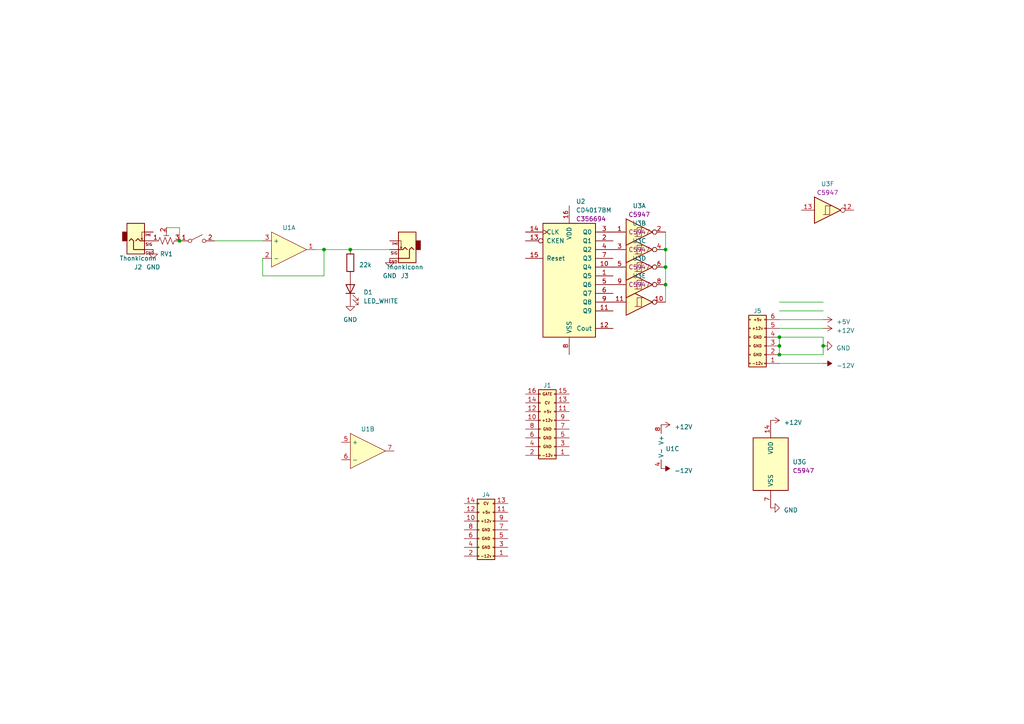
<source format=kicad_sch>
(kicad_sch (version 20230121) (generator eeschema)

  (uuid 2a571d91-3dd6-4611-bd82-f385d8cd3ff2)

  (paper "A4")

  (lib_symbols
    (symbol "PCM_EuroRackTools:22k" (pin_numbers hide) (pin_names (offset 0)) (in_bom yes) (on_board yes)
      (property "Reference" "R" (at -1.27 6.35 0)
        (effects (font (size 1.27 1.27)) hide)
      )
      (property "Value" "22k" (at -1.27 1.27 0)
        (effects (font (size 1.27 1.27)))
      )
      (property "Footprint" "Resistor_SMD:R_0603_1608Metric" (at -1.27 -6.35 0)
        (effects (font (size 1.27 1.27)) hide)
      )
      (property "Datasheet" "~" (at -6.35 6.35 90)
        (effects (font (size 1.27 1.27)) hide)
      )
      (property "LCSC" "C31850" (at -1.27 -2.54 0)
        (effects (font (size 1.27 1.27)) hide)
      )
      (property "ki_keywords" "R res resistor" (at 0 0 0)
        (effects (font (size 1.27 1.27)) hide)
      )
      (property "ki_description" "Resistor" (at 0 0 0)
        (effects (font (size 1.27 1.27)) hide)
      )
      (property "ki_fp_filters" "R_*" (at 0 0 0)
        (effects (font (size 1.27 1.27)) hide)
      )
      (symbol "22k_0_1"
        (rectangle (start 1.27 0.254) (end -3.81 2.286)
          (stroke (width 0.254) (type default))
          (fill (type none))
        )
      )
      (symbol "22k_1_1"
        (pin passive line (at -5.08 1.27 0) (length 1.27)
          (name "~" (effects (font (size 1.27 1.27))))
          (number "1" (effects (font (size 1.27 1.27))))
        )
        (pin passive line (at 2.54 1.27 180) (length 1.27)
          (name "~" (effects (font (size 1.27 1.27))))
          (number "2" (effects (font (size 1.27 1.27))))
        )
      )
    )
    (symbol "PCM_EuroRackTools:CD40106" (pin_names (offset 1.016)) (in_bom yes) (on_board yes)
      (property "Reference" "U" (at 0 1.27 0)
        (effects (font (size 1.27 1.27)))
      )
      (property "Value" "CD40106" (at 0 6.35 0)
        (effects (font (size 1.27 1.27)) hide)
      )
      (property "Footprint" "Package_SO:SOIC-16_3.9x9.9mm_P1.27mm" (at 0 0 0)
        (effects (font (size 1.27 1.27)) hide)
      )
      (property "Datasheet" "https://assets.nexperia.com/documents/data-sheet/HEF40106B.pdf" (at 0 0 0)
        (effects (font (size 1.27 1.27)) hide)
      )
      (property "lcsc" "C5947" (at 0 0 0)
        (effects (font (size 1.27 1.27)))
      )
      (property "ki_locked" "" (at 0 0 0)
        (effects (font (size 1.27 1.27)))
      )
      (property "ki_keywords" "CMOS" (at 0 0 0)
        (effects (font (size 1.27 1.27)) hide)
      )
      (property "ki_description" "Hex Schmitt trigger inverter" (at 0 0 0)
        (effects (font (size 1.27 1.27)) hide)
      )
      (property "ki_fp_filters" "DIP?14*" (at 0 0 0)
        (effects (font (size 1.27 1.27)) hide)
      )
      (symbol "CD40106_1_0"
        (polyline
          (pts
            (xy -0.635 -1.27)
            (xy -0.635 1.27)
            (xy 0.635 1.27)
          )
          (stroke (width 0) (type default))
          (fill (type none))
        )
        (polyline
          (pts
            (xy -3.81 3.81)
            (xy -3.81 -3.81)
            (xy 3.81 0)
            (xy -3.81 3.81)
          )
          (stroke (width 0.254) (type default))
          (fill (type background))
        )
        (polyline
          (pts
            (xy -1.27 -1.27)
            (xy 0.635 -1.27)
            (xy 0.635 1.27)
            (xy 1.27 1.27)
          )
          (stroke (width 0) (type default))
          (fill (type none))
        )
        (pin input line (at -7.62 0 0) (length 3.81)
          (name "~" (effects (font (size 1.27 1.27))))
          (number "1" (effects (font (size 1.27 1.27))))
        )
        (pin output inverted (at 7.62 0 180) (length 3.81)
          (name "~" (effects (font (size 1.27 1.27))))
          (number "2" (effects (font (size 1.27 1.27))))
        )
      )
      (symbol "CD40106_2_0"
        (polyline
          (pts
            (xy -0.635 -1.27)
            (xy -0.635 1.27)
            (xy 0.635 1.27)
          )
          (stroke (width 0) (type default))
          (fill (type none))
        )
        (polyline
          (pts
            (xy -3.81 3.81)
            (xy -3.81 -3.81)
            (xy 3.81 0)
            (xy -3.81 3.81)
          )
          (stroke (width 0.254) (type default))
          (fill (type background))
        )
        (polyline
          (pts
            (xy -1.27 -1.27)
            (xy 0.635 -1.27)
            (xy 0.635 1.27)
            (xy 1.27 1.27)
          )
          (stroke (width 0) (type default))
          (fill (type none))
        )
        (pin input line (at -7.62 0 0) (length 3.81)
          (name "~" (effects (font (size 1.27 1.27))))
          (number "3" (effects (font (size 1.27 1.27))))
        )
        (pin output inverted (at 7.62 0 180) (length 3.81)
          (name "~" (effects (font (size 1.27 1.27))))
          (number "4" (effects (font (size 1.27 1.27))))
        )
      )
      (symbol "CD40106_3_0"
        (polyline
          (pts
            (xy -0.635 -1.27)
            (xy -0.635 1.27)
            (xy 0.635 1.27)
          )
          (stroke (width 0) (type default))
          (fill (type none))
        )
        (polyline
          (pts
            (xy -3.81 3.81)
            (xy -3.81 -3.81)
            (xy 3.81 0)
            (xy -3.81 3.81)
          )
          (stroke (width 0.254) (type default))
          (fill (type background))
        )
        (polyline
          (pts
            (xy -1.27 -1.27)
            (xy 0.635 -1.27)
            (xy 0.635 1.27)
            (xy 1.27 1.27)
          )
          (stroke (width 0) (type default))
          (fill (type none))
        )
        (pin input line (at -7.62 0 0) (length 3.81)
          (name "~" (effects (font (size 1.27 1.27))))
          (number "5" (effects (font (size 1.27 1.27))))
        )
        (pin output inverted (at 7.62 0 180) (length 3.81)
          (name "~" (effects (font (size 1.27 1.27))))
          (number "6" (effects (font (size 1.27 1.27))))
        )
      )
      (symbol "CD40106_4_0"
        (polyline
          (pts
            (xy -0.635 -1.27)
            (xy -0.635 1.27)
            (xy 0.635 1.27)
          )
          (stroke (width 0) (type default))
          (fill (type none))
        )
        (polyline
          (pts
            (xy -3.81 3.81)
            (xy -3.81 -3.81)
            (xy 3.81 0)
            (xy -3.81 3.81)
          )
          (stroke (width 0.254) (type default))
          (fill (type background))
        )
        (polyline
          (pts
            (xy -1.27 -1.27)
            (xy 0.635 -1.27)
            (xy 0.635 1.27)
            (xy 1.27 1.27)
          )
          (stroke (width 0) (type default))
          (fill (type none))
        )
        (pin output inverted (at 7.62 0 180) (length 3.81)
          (name "~" (effects (font (size 1.27 1.27))))
          (number "8" (effects (font (size 1.27 1.27))))
        )
        (pin input line (at -7.62 0 0) (length 3.81)
          (name "~" (effects (font (size 1.27 1.27))))
          (number "9" (effects (font (size 1.27 1.27))))
        )
      )
      (symbol "CD40106_5_0"
        (polyline
          (pts
            (xy -0.635 -1.27)
            (xy -0.635 1.27)
            (xy 0.635 1.27)
          )
          (stroke (width 0) (type default))
          (fill (type none))
        )
        (polyline
          (pts
            (xy -3.81 3.81)
            (xy -3.81 -3.81)
            (xy 3.81 0)
            (xy -3.81 3.81)
          )
          (stroke (width 0.254) (type default))
          (fill (type background))
        )
        (polyline
          (pts
            (xy -1.27 -1.27)
            (xy 0.635 -1.27)
            (xy 0.635 1.27)
            (xy 1.27 1.27)
          )
          (stroke (width 0) (type default))
          (fill (type none))
        )
        (pin output inverted (at 7.62 0 180) (length 3.81)
          (name "~" (effects (font (size 1.27 1.27))))
          (number "10" (effects (font (size 1.27 1.27))))
        )
        (pin input line (at -7.62 0 0) (length 3.81)
          (name "~" (effects (font (size 1.27 1.27))))
          (number "11" (effects (font (size 1.27 1.27))))
        )
      )
      (symbol "CD40106_6_0"
        (polyline
          (pts
            (xy -0.635 -1.27)
            (xy -0.635 1.27)
            (xy 0.635 1.27)
          )
          (stroke (width 0) (type default))
          (fill (type none))
        )
        (polyline
          (pts
            (xy -3.81 3.81)
            (xy -3.81 -3.81)
            (xy 3.81 0)
            (xy -3.81 3.81)
          )
          (stroke (width 0.254) (type default))
          (fill (type background))
        )
        (polyline
          (pts
            (xy -1.27 -1.27)
            (xy 0.635 -1.27)
            (xy 0.635 1.27)
            (xy 1.27 1.27)
          )
          (stroke (width 0) (type default))
          (fill (type none))
        )
        (pin output inverted (at 7.62 0 180) (length 3.81)
          (name "~" (effects (font (size 1.27 1.27))))
          (number "12" (effects (font (size 1.27 1.27))))
        )
        (pin input line (at -7.62 0 0) (length 3.81)
          (name "~" (effects (font (size 1.27 1.27))))
          (number "13" (effects (font (size 1.27 1.27))))
        )
      )
      (symbol "CD40106_7_0"
        (pin power_in line (at 0 12.7 270) (length 5.08)
          (name "VDD" (effects (font (size 1.27 1.27))))
          (number "14" (effects (font (size 1.27 1.27))))
        )
        (pin power_in line (at 0 -12.7 90) (length 5.08)
          (name "VSS" (effects (font (size 1.27 1.27))))
          (number "7" (effects (font (size 1.27 1.27))))
        )
      )
      (symbol "CD40106_7_1"
        (rectangle (start -5.08 7.62) (end 5.08 -7.62)
          (stroke (width 0.254) (type default))
          (fill (type background))
        )
      )
    )
    (symbol "PCM_EuroRackTools:CD4017" (pin_names (offset 1.016)) (in_bom yes) (on_board yes)
      (property "Reference" "U" (at -7.62 16.51 0)
        (effects (font (size 1.27 1.27)))
      )
      (property "Value" "CD4017BM" (at -7.62 -19.05 0)
        (effects (font (size 1.27 1.27)))
      )
      (property "Footprint" "Package_SO:SOP-16_4.4x10.4mm_P1.27mm" (at 0 0 0)
        (effects (font (size 1.27 1.27)) hide)
      )
      (property "Datasheet" "http://www.intersil.com/content/dam/Intersil/documents/cd40/cd4017bms-22bms.pdf" (at 0 0 0)
        (effects (font (size 1.27 1.27)) hide)
      )
      (property "lcsc" "C356694" (at 0 0 0)
        (effects (font (size 1.27 1.27)))
      )
      (property "ki_keywords" "CNT CNT10" (at 0 0 0)
        (effects (font (size 1.27 1.27)) hide)
      )
      (property "ki_description" "Johnson Counter ( 10 outputs )" (at 0 0 0)
        (effects (font (size 1.27 1.27)) hide)
      )
      (property "ki_fp_filters" "DIP?16*" (at 0 0 0)
        (effects (font (size 1.27 1.27)) hide)
      )
      (symbol "CD4017_1_0"
        (pin output line (at 12.7 0 180) (length 5.08)
          (name "Q5" (effects (font (size 1.27 1.27))))
          (number "1" (effects (font (size 1.27 1.27))))
        )
        (pin output line (at 12.7 2.54 180) (length 5.08)
          (name "Q4" (effects (font (size 1.27 1.27))))
          (number "10" (effects (font (size 1.27 1.27))))
        )
        (pin output line (at 12.7 -10.16 180) (length 5.08)
          (name "Q9" (effects (font (size 1.27 1.27))))
          (number "11" (effects (font (size 1.27 1.27))))
        )
        (pin output line (at 12.7 -15.24 180) (length 5.08)
          (name "Cout" (effects (font (size 1.27 1.27))))
          (number "12" (effects (font (size 1.27 1.27))))
        )
        (pin input inverted (at -12.7 10.16 0) (length 5.08)
          (name "CKEN" (effects (font (size 1.27 1.27))))
          (number "13" (effects (font (size 1.27 1.27))))
        )
        (pin input clock (at -12.7 12.7 0) (length 5.08)
          (name "CLK" (effects (font (size 1.27 1.27))))
          (number "14" (effects (font (size 1.27 1.27))))
        )
        (pin input line (at -12.7 5.08 0) (length 5.08)
          (name "Reset" (effects (font (size 1.27 1.27))))
          (number "15" (effects (font (size 1.27 1.27))))
        )
        (pin power_in line (at 0 20.32 270) (length 5.08)
          (name "VDD" (effects (font (size 1.27 1.27))))
          (number "16" (effects (font (size 1.27 1.27))))
        )
        (pin output line (at 12.7 10.16 180) (length 5.08)
          (name "Q1" (effects (font (size 1.27 1.27))))
          (number "2" (effects (font (size 1.27 1.27))))
        )
        (pin output line (at 12.7 12.7 180) (length 5.08)
          (name "Q0" (effects (font (size 1.27 1.27))))
          (number "3" (effects (font (size 1.27 1.27))))
        )
        (pin output line (at 12.7 7.62 180) (length 5.08)
          (name "Q2" (effects (font (size 1.27 1.27))))
          (number "4" (effects (font (size 1.27 1.27))))
        )
        (pin output line (at 12.7 -2.54 180) (length 5.08)
          (name "Q6" (effects (font (size 1.27 1.27))))
          (number "5" (effects (font (size 1.27 1.27))))
        )
        (pin output line (at 12.7 -5.08 180) (length 5.08)
          (name "Q7" (effects (font (size 1.27 1.27))))
          (number "6" (effects (font (size 1.27 1.27))))
        )
        (pin output line (at 12.7 5.08 180) (length 5.08)
          (name "Q3" (effects (font (size 1.27 1.27))))
          (number "7" (effects (font (size 1.27 1.27))))
        )
        (pin power_in line (at 0 -22.86 90) (length 5.08)
          (name "VSS" (effects (font (size 1.27 1.27))))
          (number "8" (effects (font (size 1.27 1.27))))
        )
        (pin output line (at 12.7 -7.62 180) (length 5.08)
          (name "Q8" (effects (font (size 1.27 1.27))))
          (number "9" (effects (font (size 1.27 1.27))))
        )
      )
      (symbol "CD4017_1_1"
        (rectangle (start -7.62 15.24) (end 7.62 -17.78)
          (stroke (width 0.254) (type default))
          (fill (type background))
        )
      )
    )
    (symbol "PCM_EuroRackTools:EuroPower16" (pin_names (offset 1.016) hide) (in_bom yes) (on_board yes)
      (property "Reference" "J" (at 1.27 10.16 0)
        (effects (font (size 1.27 1.27)))
      )
      (property "Value" "EuroPower16" (at 1.27 -12.7 0)
        (effects (font (size 1.27 1.27)) hide)
      )
      (property "Footprint" "Connector_IDC:IDC-Header_2x08_P2.54mm_Vertical_SMD" (at 1.524 -18.034 0)
        (effects (font (size 1.27 1.27)) hide)
      )
      (property "Datasheet" "~" (at 1.524 -15.367 0)
        (effects (font (size 1.27 1.27)) hide)
      )
      (property "lcsc" "C383608" (at 5.08 12.7 0)
        (effects (font (size 1.27 1.27)) hide)
      )
      (property "ki_keywords" "connector" (at 0 0 0)
        (effects (font (size 1.27 1.27)) hide)
      )
      (property "ki_description" "Generic connector, double row, 02x08, odd/even pin numbering scheme (row 1 odd numbers, row 2 even numbers), script generated (kicad-library-utils/schlib/autogen/connector/)" (at 0 0 0)
        (effects (font (size 1.27 1.27)) hide)
      )
      (property "ki_fp_filters" "Connector*:*_2x??_*" (at 0 0 0)
        (effects (font (size 1.27 1.27)) hide)
      )
      (symbol "EuroPower16_0_0"
        (text "+12v" (at 1.27 0 0)
          (effects (font (size 0.8 0.8)))
        )
        (text "+5v" (at 1.27 2.54 0)
          (effects (font (size 0.8 0.8)))
        )
        (text "-12v" (at 1.27 -10.16 0)
          (effects (font (size 0.8 0.8)))
        )
        (text "CV" (at 1.27 5.08 0)
          (effects (font (size 0.8 0.8)))
        )
        (text "GATE" (at 1.27 7.62 0)
          (effects (font (size 0.8 0.8)))
        )
        (text "GND" (at 1.27 -7.62 0)
          (effects (font (size 0.8 0.8)))
        )
        (text "GND" (at 1.27 -5.08 0)
          (effects (font (size 0.8 0.8)))
        )
        (text "GND" (at 1.27 -2.54 0)
          (effects (font (size 0.8 0.8)))
        )
      )
      (symbol "EuroPower16_1_1"
        (rectangle (start -1.27 -10.033) (end -0.762 -10.287)
          (stroke (width 0.1524) (type default))
          (fill (type none))
        )
        (rectangle (start -1.27 -7.493) (end -0.762 -7.747)
          (stroke (width 0.1524) (type default))
          (fill (type none))
        )
        (rectangle (start -1.27 -4.953) (end -0.762 -5.207)
          (stroke (width 0.1524) (type default))
          (fill (type none))
        )
        (rectangle (start -1.27 -2.413) (end -0.762 -2.667)
          (stroke (width 0.1524) (type default))
          (fill (type none))
        )
        (rectangle (start -1.27 0.127) (end -0.762 -0.127)
          (stroke (width 0.1524) (type default))
          (fill (type none))
        )
        (rectangle (start -1.27 2.667) (end -0.762 2.413)
          (stroke (width 0.1524) (type default))
          (fill (type none))
        )
        (rectangle (start -1.27 5.207) (end -0.762 4.953)
          (stroke (width 0.1524) (type default))
          (fill (type none))
        )
        (rectangle (start -1.27 7.747) (end -0.762 7.493)
          (stroke (width 0.1524) (type default))
          (fill (type none))
        )
        (rectangle (start -1.27 8.89) (end 3.81 -11.176)
          (stroke (width 0.254) (type default))
          (fill (type background))
        )
        (rectangle (start 3.302 -10.033) (end 3.81 -10.287)
          (stroke (width 0.1524) (type default))
          (fill (type none))
        )
        (rectangle (start 3.302 -7.493) (end 3.81 -7.747)
          (stroke (width 0.1524) (type default))
          (fill (type none))
        )
        (rectangle (start 3.302 -4.953) (end 3.81 -5.207)
          (stroke (width 0.1524) (type default))
          (fill (type none))
        )
        (rectangle (start 3.302 -2.413) (end 3.81 -2.667)
          (stroke (width 0.1524) (type default))
          (fill (type none))
        )
        (rectangle (start 3.302 0.127) (end 3.81 -0.127)
          (stroke (width 0.1524) (type default))
          (fill (type none))
        )
        (rectangle (start 3.302 2.667) (end 3.81 2.413)
          (stroke (width 0.1524) (type default))
          (fill (type none))
        )
        (rectangle (start 3.302 5.207) (end 3.81 4.953)
          (stroke (width 0.1524) (type default))
          (fill (type none))
        )
        (rectangle (start 3.302 7.747) (end 3.81 7.493)
          (stroke (width 0.1524) (type default))
          (fill (type none))
        )
        (pin power_out line (at 7.62 -10.16 180) (length 3.81)
          (name "-12v_R" (effects (font (size 1.27 1.27))))
          (number "1" (effects (font (size 1.27 1.27))))
        )
        (pin power_out line (at -5.08 0 0) (length 3.81)
          (name "+12V_L" (effects (font (size 1.27 1.27))))
          (number "10" (effects (font (size 1.27 1.27))))
        )
        (pin power_out line (at 7.62 2.54 180) (length 3.81)
          (name "+5v_R" (effects (font (size 1.27 1.27))))
          (number "11" (effects (font (size 1.27 1.27))))
        )
        (pin power_out line (at -5.08 2.54 0) (length 3.81)
          (name "+5v_L" (effects (font (size 1.27 1.27))))
          (number "12" (effects (font (size 1.27 1.27))))
        )
        (pin passive line (at 7.62 5.08 180) (length 3.81)
          (name "CV_R" (effects (font (size 1.27 1.27))))
          (number "13" (effects (font (size 1.27 1.27))))
        )
        (pin passive line (at -5.08 5.08 0) (length 3.81)
          (name "CV_L" (effects (font (size 1.27 1.27))))
          (number "14" (effects (font (size 1.27 1.27))))
        )
        (pin passive line (at 7.62 7.62 180) (length 3.81)
          (name "GATE_R" (effects (font (size 1.27 1.27))))
          (number "15" (effects (font (size 1.27 1.27))))
        )
        (pin passive line (at -5.08 7.62 0) (length 3.81)
          (name "GATE_L" (effects (font (size 1.27 1.27))))
          (number "16" (effects (font (size 1.27 1.27))))
        )
        (pin power_out line (at -5.08 -10.16 0) (length 3.81)
          (name "-12v_L" (effects (font (size 1.27 1.27))))
          (number "2" (effects (font (size 1.27 1.27))))
        )
        (pin power_out line (at 7.62 -7.62 180) (length 3.81)
          (name "GND" (effects (font (size 1.27 1.27))))
          (number "3" (effects (font (size 1.27 1.27))))
        )
        (pin power_out line (at -5.08 -7.62 0) (length 3.81)
          (name "GND" (effects (font (size 1.27 1.27))))
          (number "4" (effects (font (size 1.27 1.27))))
        )
        (pin power_out line (at 7.62 -5.08 180) (length 3.81)
          (name "GND_R3" (effects (font (size 1.27 1.27))))
          (number "5" (effects (font (size 1.27 1.27))))
        )
        (pin power_out line (at -5.08 -5.08 0) (length 3.81)
          (name "GND_L3" (effects (font (size 1.27 1.27))))
          (number "6" (effects (font (size 1.27 1.27))))
        )
        (pin power_out line (at 7.62 -2.54 180) (length 3.81)
          (name "GND_R2" (effects (font (size 1.27 1.27))))
          (number "7" (effects (font (size 1.27 1.27))))
        )
        (pin power_out line (at -5.08 -2.54 0) (length 3.81)
          (name "GND_L2" (effects (font (size 1.27 1.27))))
          (number "8" (effects (font (size 1.27 1.27))))
        )
        (pin power_out line (at 7.62 0 180) (length 3.81)
          (name "+12V_R" (effects (font (size 1.27 1.27))))
          (number "9" (effects (font (size 1.27 1.27))))
        )
      )
    )
    (symbol "PCM_EuroRackTools:EuroPower16_slim" (pin_names (offset 1.016) hide) (in_bom yes) (on_board yes)
      (property "Reference" "J" (at 1.27 7.62 0)
        (effects (font (size 1.27 1.27)))
      )
      (property "Value" "EuroPower16" (at 1.27 -12.7 0)
        (effects (font (size 1.27 1.27)) hide)
      )
      (property "Footprint" "Connector_PinHeader_2.54mm:PinHeader_2x07_P2.54mm_Vertical_SMD" (at 1.524 -18.034 0)
        (effects (font (size 1.27 1.27)) hide)
      )
      (property "Datasheet" "~" (at 1.524 -15.367 0)
        (effects (font (size 1.27 1.27)) hide)
      )
      (property "lcsc" "C383608" (at 5.08 12.7 0)
        (effects (font (size 1.27 1.27)) hide)
      )
      (property "ki_keywords" "connector" (at 0 0 0)
        (effects (font (size 1.27 1.27)) hide)
      )
      (property "ki_description" "Generic connector, double row, 02x08, odd/even pin numbering scheme (row 1 odd numbers, row 2 even numbers), script generated (kicad-library-utils/schlib/autogen/connector/)" (at 0 0 0)
        (effects (font (size 1.27 1.27)) hide)
      )
      (property "ki_fp_filters" "Connector*:*_2x??_*" (at 0 0 0)
        (effects (font (size 1.27 1.27)) hide)
      )
      (symbol "EuroPower16_slim_0_0"
        (text "+12v" (at 1.27 0 0)
          (effects (font (size 0.8 0.8)))
        )
        (text "+5v" (at 1.27 2.54 0)
          (effects (font (size 0.8 0.8)))
        )
        (text "-12v" (at 1.27 -10.16 0)
          (effects (font (size 0.8 0.8)))
        )
        (text "CV" (at 1.27 5.08 0)
          (effects (font (size 0.8 0.8)))
        )
        (text "GND" (at 1.27 -7.62 0)
          (effects (font (size 0.8 0.8)))
        )
        (text "GND" (at 1.27 -5.08 0)
          (effects (font (size 0.8 0.8)))
        )
        (text "GND" (at 1.27 -2.54 0)
          (effects (font (size 0.8 0.8)))
        )
      )
      (symbol "EuroPower16_slim_1_1"
        (rectangle (start -1.27 -10.033) (end -0.762 -10.287)
          (stroke (width 0.1524) (type default))
          (fill (type none))
        )
        (rectangle (start -1.27 -7.493) (end -0.762 -7.747)
          (stroke (width 0.1524) (type default))
          (fill (type none))
        )
        (rectangle (start -1.27 -4.953) (end -0.762 -5.207)
          (stroke (width 0.1524) (type default))
          (fill (type none))
        )
        (rectangle (start -1.27 -2.413) (end -0.762 -2.667)
          (stroke (width 0.1524) (type default))
          (fill (type none))
        )
        (rectangle (start -1.27 0.127) (end -0.762 -0.127)
          (stroke (width 0.1524) (type default))
          (fill (type none))
        )
        (rectangle (start -1.27 2.667) (end -0.762 2.413)
          (stroke (width 0.1524) (type default))
          (fill (type none))
        )
        (rectangle (start -1.27 5.207) (end -0.762 4.953)
          (stroke (width 0.1524) (type default))
          (fill (type none))
        )
        (rectangle (start -1.27 6.35) (end 3.81 -11.176)
          (stroke (width 0.254) (type default))
          (fill (type background))
        )
        (rectangle (start 3.302 -10.033) (end 3.81 -10.287)
          (stroke (width 0.1524) (type default))
          (fill (type none))
        )
        (rectangle (start 3.302 -7.493) (end 3.81 -7.747)
          (stroke (width 0.1524) (type default))
          (fill (type none))
        )
        (rectangle (start 3.302 -4.953) (end 3.81 -5.207)
          (stroke (width 0.1524) (type default))
          (fill (type none))
        )
        (rectangle (start 3.302 -2.413) (end 3.81 -2.667)
          (stroke (width 0.1524) (type default))
          (fill (type none))
        )
        (rectangle (start 3.302 0.127) (end 3.81 -0.127)
          (stroke (width 0.1524) (type default))
          (fill (type none))
        )
        (rectangle (start 3.302 2.667) (end 3.81 2.413)
          (stroke (width 0.1524) (type default))
          (fill (type none))
        )
        (rectangle (start 3.302 5.207) (end 3.81 4.953)
          (stroke (width 0.1524) (type default))
          (fill (type none))
        )
        (pin power_out line (at 7.62 -10.16 180) (length 3.81)
          (name "-12v_R" (effects (font (size 1.27 1.27))))
          (number "1" (effects (font (size 1.27 1.27))))
        )
        (pin power_out line (at -5.08 0 0) (length 3.81)
          (name "+12V_L" (effects (font (size 1.27 1.27))))
          (number "10" (effects (font (size 1.27 1.27))))
        )
        (pin power_out line (at 7.62 2.54 180) (length 3.81)
          (name "+5v_R" (effects (font (size 1.27 1.27))))
          (number "11" (effects (font (size 1.27 1.27))))
        )
        (pin power_out line (at -5.08 2.54 0) (length 3.81)
          (name "+5v_L" (effects (font (size 1.27 1.27))))
          (number "12" (effects (font (size 1.27 1.27))))
        )
        (pin passive line (at 7.62 5.08 180) (length 3.81)
          (name "CV_R" (effects (font (size 1.27 1.27))))
          (number "13" (effects (font (size 1.27 1.27))))
        )
        (pin passive line (at -5.08 5.08 0) (length 3.81)
          (name "CV_L" (effects (font (size 1.27 1.27))))
          (number "14" (effects (font (size 1.27 1.27))))
        )
        (pin power_out line (at -5.08 -10.16 0) (length 3.81)
          (name "-12v_L" (effects (font (size 1.27 1.27))))
          (number "2" (effects (font (size 1.27 1.27))))
        )
        (pin power_out line (at 7.62 -7.62 180) (length 3.81)
          (name "GND" (effects (font (size 1.27 1.27))))
          (number "3" (effects (font (size 1.27 1.27))))
        )
        (pin power_out line (at -5.08 -7.62 0) (length 3.81)
          (name "GND" (effects (font (size 1.27 1.27))))
          (number "4" (effects (font (size 1.27 1.27))))
        )
        (pin power_out line (at 7.62 -5.08 180) (length 3.81)
          (name "GND_R3" (effects (font (size 1.27 1.27))))
          (number "5" (effects (font (size 1.27 1.27))))
        )
        (pin power_out line (at -5.08 -5.08 0) (length 3.81)
          (name "GND_L3" (effects (font (size 1.27 1.27))))
          (number "6" (effects (font (size 1.27 1.27))))
        )
        (pin power_out line (at 7.62 -2.54 180) (length 3.81)
          (name "GND_R2" (effects (font (size 1.27 1.27))))
          (number "7" (effects (font (size 1.27 1.27))))
        )
        (pin power_out line (at -5.08 -2.54 0) (length 3.81)
          (name "GND_L2" (effects (font (size 1.27 1.27))))
          (number "8" (effects (font (size 1.27 1.27))))
        )
        (pin power_out line (at 7.62 0 180) (length 3.81)
          (name "+12V_R" (effects (font (size 1.27 1.27))))
          (number "9" (effects (font (size 1.27 1.27))))
        )
      )
    )
    (symbol "PCM_EuroRackTools:EuroPower6_1" (pin_names (offset 1.016) hide) (in_bom yes) (on_board yes)
      (property "Reference" "J" (at 1.27 7.62 0)
        (effects (font (size 1.27 1.27)))
      )
      (property "Value" "EuroPower16" (at 1.27 -12.7 0)
        (effects (font (size 1.27 1.27)) hide)
      )
      (property "Footprint" "Connector_PinHeader_2.54mm:PinHeader_1x07_P2.54mm_Vertical" (at 1.524 -18.034 0)
        (effects (font (size 1.27 1.27)) hide)
      )
      (property "Datasheet" "~" (at 1.524 -15.367 0)
        (effects (font (size 1.27 1.27)) hide)
      )
      (property "lcsc" "C383608" (at 5.08 12.7 0)
        (effects (font (size 1.27 1.27)) hide)
      )
      (property "ki_keywords" "connector" (at 0 0 0)
        (effects (font (size 1.27 1.27)) hide)
      )
      (property "ki_description" "Generic connector, double row, 02x08, odd/even pin numbering scheme (row 1 odd numbers, row 2 even numbers), script generated (kicad-library-utils/schlib/autogen/connector/)" (at 0 0 0)
        (effects (font (size 1.27 1.27)) hide)
      )
      (property "ki_fp_filters" "Connector*:*_2x??_*" (at 0 0 0)
        (effects (font (size 1.27 1.27)) hide)
      )
      (symbol "EuroPower6_1_0_0"
        (text "+12v" (at 1.27 0 0)
          (effects (font (size 0.8 0.8)))
        )
        (text "+5v" (at 1.27 2.54 0)
          (effects (font (size 0.8 0.8)))
        )
        (text "-12v" (at 1.27 -10.16 0)
          (effects (font (size 0.8 0.8)))
        )
        (text "GND" (at 1.27 -7.62 0)
          (effects (font (size 0.8 0.8)))
        )
        (text "GND" (at 1.27 -5.08 0)
          (effects (font (size 0.8 0.8)))
        )
        (text "GND" (at 1.27 -2.54 0)
          (effects (font (size 0.8 0.8)))
        )
      )
      (symbol "EuroPower6_1_1_1"
        (rectangle (start -1.27 -10.033) (end -0.762 -10.287)
          (stroke (width 0.1524) (type default))
          (fill (type none))
        )
        (rectangle (start -1.27 -7.493) (end -0.762 -7.747)
          (stroke (width 0.1524) (type default))
          (fill (type none))
        )
        (rectangle (start -1.27 -4.953) (end -0.762 -5.207)
          (stroke (width 0.1524) (type default))
          (fill (type none))
        )
        (rectangle (start -1.27 -2.413) (end -0.762 -2.667)
          (stroke (width 0.1524) (type default))
          (fill (type none))
        )
        (rectangle (start -1.27 0.127) (end -0.762 -0.127)
          (stroke (width 0.1524) (type default))
          (fill (type none))
        )
        (rectangle (start -1.27 2.667) (end -0.762 2.413)
          (stroke (width 0.1524) (type default))
          (fill (type none))
        )
        (rectangle (start -1.27 3.81) (end 3.81 -11.176)
          (stroke (width 0.254) (type default))
          (fill (type background))
        )
        (rectangle (start 3.302 -10.033) (end 3.81 -10.287)
          (stroke (width 0.1524) (type default))
          (fill (type none))
        )
        (rectangle (start 3.302 -7.493) (end 3.81 -7.747)
          (stroke (width 0.1524) (type default))
          (fill (type none))
        )
        (rectangle (start 3.302 -4.953) (end 3.81 -5.207)
          (stroke (width 0.1524) (type default))
          (fill (type none))
        )
        (rectangle (start 3.302 -2.413) (end 3.81 -2.667)
          (stroke (width 0.1524) (type default))
          (fill (type none))
        )
        (rectangle (start 3.302 0.127) (end 3.81 -0.127)
          (stroke (width 0.1524) (type default))
          (fill (type none))
        )
        (rectangle (start 3.302 2.667) (end 3.81 2.413)
          (stroke (width 0.1524) (type default))
          (fill (type none))
        )
        (pin power_out line (at 7.62 -10.16 180) (length 3.81)
          (name "-12v_R" (effects (font (size 1.27 1.27))))
          (number "1" (effects (font (size 1.27 1.27))))
        )
        (pin power_out line (at 7.62 -7.62 180) (length 3.81)
          (name "-12v_L" (effects (font (size 1.27 1.27))))
          (number "2" (effects (font (size 1.27 1.27))))
        )
        (pin power_out line (at 7.62 -5.08 180) (length 3.81)
          (name "GND" (effects (font (size 1.27 1.27))))
          (number "3" (effects (font (size 1.27 1.27))))
        )
        (pin power_out line (at 7.62 -2.54 180) (length 3.81)
          (name "GND" (effects (font (size 1.27 1.27))))
          (number "4" (effects (font (size 1.27 1.27))))
        )
        (pin power_out line (at 7.62 0 180) (length 3.81)
          (name "GND_R3" (effects (font (size 1.27 1.27))))
          (number "5" (effects (font (size 1.27 1.27))))
        )
        (pin power_out line (at 7.62 2.54 180) (length 3.81)
          (name "GND_L3" (effects (font (size 1.27 1.27))))
          (number "6" (effects (font (size 1.27 1.27))))
        )
      )
    )
    (symbol "PCM_EuroRackTools:LED_WHITE" (pin_numbers hide) (pin_names (offset 1.016) hide) (in_bom yes) (on_board yes)
      (property "Reference" "D" (at 0 -2.54 0)
        (effects (font (size 1.27 1.27)))
      )
      (property "Value" "LED_WHITE" (at 0 3.81 0)
        (effects (font (size 1.27 1.27)))
      )
      (property "Footprint" "LED_SMD:LED_0603_1608Metric" (at 5.08 9.398 0)
        (effects (font (size 1.27 1.27)) hide)
      )
      (property "Datasheet" "~" (at 0 0 0)
        (effects (font (size 1.27 1.27)) hide)
      )
      (property "LCSC" "C2290" (at 9.144 -8.382 0)
        (effects (font (size 1.27 1.27)) hide)
      )
      (property "ki_keywords" "LED diode" (at 0 0 0)
        (effects (font (size 1.27 1.27)) hide)
      )
      (property "ki_description" "Light emitting diode" (at 0 0 0)
        (effects (font (size 1.27 1.27)) hide)
      )
      (property "ki_fp_filters" "LED* LED_SMD:* LED_THT:*" (at 0 0 0)
        (effects (font (size 1.27 1.27)) hide)
      )
      (symbol "LED_WHITE_0_1"
        (polyline
          (pts
            (xy 1.27 0)
            (xy -1.27 0)
          )
          (stroke (width 0) (type default))
          (fill (type none))
        )
        (polyline
          (pts
            (xy 1.27 1.27)
            (xy 1.27 -1.27)
          )
          (stroke (width 0.254) (type default))
          (fill (type none))
        )
        (polyline
          (pts
            (xy -1.27 1.27)
            (xy -1.27 -1.27)
            (xy 1.27 0)
            (xy -1.27 1.27)
          )
          (stroke (width 0.254) (type default))
          (fill (type none))
        )
        (polyline
          (pts
            (xy 1.778 0.762)
            (xy 3.302 2.286)
            (xy 2.54 2.286)
            (xy 3.302 2.286)
            (xy 3.302 1.524)
          )
          (stroke (width 0) (type default))
          (fill (type none))
        )
        (polyline
          (pts
            (xy 3.048 0.762)
            (xy 4.572 2.286)
            (xy 3.81 2.286)
            (xy 4.572 2.286)
            (xy 4.572 1.524)
          )
          (stroke (width 0) (type default))
          (fill (type none))
        )
      )
      (symbol "LED_WHITE_1_1"
        (pin passive line (at 3.81 0 180) (length 2.54)
          (name "K" (effects (font (size 1.27 1.27))))
          (number "1" (effects (font (size 1.27 1.27))))
        )
        (pin passive line (at -3.81 0 0) (length 2.54)
          (name "A" (effects (font (size 1.27 1.27))))
          (number "2" (effects (font (size 1.27 1.27))))
        )
      )
    )
    (symbol "PCM_EuroRackTools:PUSHBTN" (pin_names (offset 0) hide) (in_bom yes) (on_board yes)
      (property "Reference" "SW" (at 0 3.175 0)
        (effects (font (size 1.27 1.27)) hide)
      )
      (property "Value" "SW_SPST" (at 0 -2.54 0)
        (effects (font (size 1.27 1.27)) hide)
      )
      (property "Footprint" "Button_Switch_SMD:SW_SPST_PTS645" (at 1.27 8.89 0)
        (effects (font (size 1.27 1.27)) hide)
      )
      (property "Datasheet" "~" (at 0 0 0)
        (effects (font (size 1.27 1.27)) hide)
      )
      (property "lcsc" "C10852" (at 1.27 5.08 0)
        (effects (font (size 1.27 1.27)) hide)
      )
      (property "ki_keywords" "switch lever" (at 0 0 0)
        (effects (font (size 1.27 1.27)) hide)
      )
      (property "ki_description" "Single Pole Single Throw (SPST) switch" (at 0 0 0)
        (effects (font (size 1.27 1.27)) hide)
      )
      (symbol "PUSHBTN_0_0"
        (circle (center -2.032 0) (radius 0.508)
          (stroke (width 0) (type default))
          (fill (type none))
        )
        (polyline
          (pts
            (xy -1.524 0.254)
            (xy 1.524 1.778)
          )
          (stroke (width 0) (type default))
          (fill (type none))
        )
        (circle (center 2.032 0) (radius 0.508)
          (stroke (width 0) (type default))
          (fill (type none))
        )
      )
      (symbol "PUSHBTN_1_1"
        (pin passive line (at -5.08 0 0) (length 2.54)
          (name "A" (effects (font (size 1.27 1.27))))
          (number "1" (effects (font (size 1.27 1.27))))
        )
        (pin passive line (at 5.08 0 180) (length 2.54)
          (name "B" (effects (font (size 1.27 1.27))))
          (number "2" (effects (font (size 1.27 1.27))))
        )
      )
    )
    (symbol "PCM_EuroRackTools:TL072" (in_bom yes) (on_board yes)
      (property "Reference" "U" (at -1.27 0 0)
        (effects (font (size 1.27 1.27)))
      )
      (property "Value" "TL072" (at 5.08 3.81 0)
        (effects (font (size 1.27 1.27)) hide)
      )
      (property "Footprint" "Package_SO:SOIC-8_3.9x4.9mm_P1.27mm" (at 0 -8.89 0)
        (effects (font (size 1.27 1.27)) hide)
      )
      (property "Datasheet" "" (at 0 0 0)
        (effects (font (size 1.27 1.27)) hide)
      )
      (property "Sim.Pins" "1=1 2=2 3=3 4=4 5=5 6=6 7=7 8=8" (at -11.43 17.78 0)
        (effects (font (size 1.27 1.27)) hide)
      )
      (property "Sim.Device" "SPICE" (at 1.27 7.62 0)
        (effects (font (size 1.27 1.27)) hide)
      )
      (property "Sim.Params" "type=\"X\" model=\"MY_TL072\" lib=\"\"" (at 0 0 0)
        (effects (font (size 0 0)) hide)
      )
      (property "LCSC" "C6961" (at 3.175 -4.445 0)
        (effects (font (size 1.27 1.27)) hide)
      )
      (symbol "TL072_1_1"
        (polyline
          (pts
            (xy -5.08 5.08)
            (xy -5.08 -5.08)
            (xy 5.08 0)
            (xy -5.08 5.08)
          )
          (stroke (width 0.1524) (type default))
          (fill (type background))
        )
        (pin output line (at 7.62 0 180) (length 2.54)
          (name "" (effects (font (size 1.27 1.27))))
          (number "1" (effects (font (size 1.27 1.27))))
        )
        (pin input line (at -7.62 -2.54 0) (length 2.54)
          (name "-" (effects (font (size 1.27 1.27))))
          (number "2" (effects (font (size 1.27 1.27))))
        )
        (pin input line (at -7.62 2.54 0) (length 2.54)
          (name "+" (effects (font (size 1.27 1.27))))
          (number "3" (effects (font (size 1.27 1.27))))
        )
      )
      (symbol "TL072_2_1"
        (polyline
          (pts
            (xy -5.08 5.08)
            (xy -5.08 -5.08)
            (xy 5.08 0)
            (xy -5.08 5.08)
          )
          (stroke (width 0.1524) (type default))
          (fill (type background))
        )
        (pin input line (at -7.62 2.54 0) (length 2.54)
          (name "+" (effects (font (size 1.27 1.27))))
          (number "5" (effects (font (size 1.27 1.27))))
        )
        (pin input line (at -7.62 -2.54 0) (length 2.54)
          (name "-" (effects (font (size 1.27 1.27))))
          (number "6" (effects (font (size 1.27 1.27))))
        )
        (pin output line (at 7.62 0 180) (length 2.54)
          (name "" (effects (font (size 1.27 1.27))))
          (number "7" (effects (font (size 1.27 1.27))))
        )
      )
      (symbol "TL072_3_0"
        (pin power_in line (at -2.54 -6.35 90) (length 2.54)
          (name "V-" (effects (font (size 1.27 1.27))))
          (number "4" (effects (font (size 1.27 1.27))))
        )
        (pin power_in line (at -2.54 6.35 270) (length 2.54)
          (name "V+" (effects (font (size 1.27 1.27))))
          (number "8" (effects (font (size 1.27 1.27))))
        )
      )
    )
    (symbol "PCM_EuroRackTools:TRIMPOT" (pin_names (offset 1.016) hide) (in_bom yes) (on_board yes)
      (property "Reference" "RV" (at -10.16 -6.35 90)
        (effects (font (size 1.27 1.27)))
      )
      (property "Value" "R_Potentiometer_Trim_US" (at 15.24 -2.54 90)
        (effects (font (size 1.27 1.27)) hide)
      )
      (property "Footprint" "Potentiometer_SMD:Potentiometer_Bourns_TC33X_Vertical" (at 7.62 11.43 0)
        (effects (font (size 1.27 1.27)) hide)
      )
      (property "Datasheet" "~" (at 0 0 0)
        (effects (font (size 1.27 1.27)) hide)
      )
      (property "lcsc" "C128545" (at 5.08 -15.24 0)
        (effects (font (size 1.27 1.27)) hide)
      )
      (property "ki_keywords" "resistor variable trimpot trimmer" (at 0 0 0)
        (effects (font (size 1.27 1.27)) hide)
      )
      (property "ki_description" "Trim-potentiometer, US symbol" (at 0 0 0)
        (effects (font (size 1.27 1.27)) hide)
      )
      (property "ki_fp_filters" "Potentiometer*" (at 0 0 0)
        (effects (font (size 1.27 1.27)) hide)
      )
      (symbol "TRIMPOT_0_1"
        (polyline
          (pts
            (xy 0 -2.286)
            (xy 0 -2.54)
          )
          (stroke (width 0) (type default))
          (fill (type none))
        )
        (polyline
          (pts
            (xy 0 2.286)
            (xy 0 2.54)
          )
          (stroke (width 0) (type default))
          (fill (type none))
        )
        (polyline
          (pts
            (xy 1.524 0.762)
            (xy 1.524 -0.762)
          )
          (stroke (width 0) (type default))
          (fill (type none))
        )
        (polyline
          (pts
            (xy 2.54 0)
            (xy 1.524 0)
          )
          (stroke (width 0) (type default))
          (fill (type none))
        )
        (polyline
          (pts
            (xy 0 -0.762)
            (xy 1.016 -1.143)
            (xy 0 -1.524)
            (xy -1.016 -1.905)
            (xy 0 -2.286)
          )
          (stroke (width 0) (type default))
          (fill (type none))
        )
        (polyline
          (pts
            (xy 0 0.762)
            (xy 1.016 0.381)
            (xy 0 0)
            (xy -1.016 -0.381)
            (xy 0 -0.762)
          )
          (stroke (width 0) (type default))
          (fill (type none))
        )
        (polyline
          (pts
            (xy 0 2.286)
            (xy 1.016 1.905)
            (xy 0 1.524)
            (xy -1.016 1.143)
            (xy 0 0.762)
          )
          (stroke (width 0) (type default))
          (fill (type none))
        )
      )
      (symbol "TRIMPOT_1_1"
        (pin passive line (at 0 3.81 270) (length 1.27)
          (name "1" (effects (font (size 1.27 1.27))))
          (number "1" (effects (font (size 1.27 1.27))))
        )
        (pin passive line (at 3.81 0 180) (length 1.27)
          (name "2" (effects (font (size 1.27 1.27))))
          (number "2" (effects (font (size 1.27 1.27))))
        )
        (pin passive line (at 0 -3.81 90) (length 1.27)
          (name "3" (effects (font (size 1.27 1.27))))
          (number "3" (effects (font (size 1.27 1.27))))
        )
      )
    )
    (symbol "PCM_EuroRackTools:Thonkiconn" (pin_numbers hide) (in_bom yes) (on_board yes)
      (property "Reference" "J" (at -1.27 -3.048 0)
        (effects (font (size 1.27 1.27)))
      )
      (property "Value" "Thonkiconn" (at 0 6.35 0)
        (effects (font (size 1.27 1.27)))
      )
      (property "Footprint" "Connector_Audio:Jack_3.5mm_QingPu_WQP-PJ398SM_Vertical_CircularHoles" (at 1.27 11.43 0)
        (effects (font (size 1.27 1.27)) hide)
      )
      (property "Datasheet" "~" (at 0 0 0)
        (effects (font (size 1.27 1.27)) hide)
      )
      (property "ki_keywords" "audio jack receptacle mono headphones phone TS connector" (at 0 0 0)
        (effects (font (size 1.27 1.27)) hide)
      )
      (property "ki_description" "Audio Jack, 2 Poles (Mono / TS), Switched T Pole (Normalling)" (at 0 0 0)
        (effects (font (size 1.27 1.27)) hide)
      )
      (property "ki_fp_filters" "Jack*" (at 0 0 0)
        (effects (font (size 1.27 1.27)) hide)
      )
      (symbol "Thonkiconn_0_0"
        (text "(no)" (at 3.556 -1.778 0)
          (effects (font (size 0.5 0.5)))
        )
        (text "GND" (at 4.064 3.556 0)
          (effects (font (size 0.8 0.8)))
        )
        (text "SIG" (at 3.81 1.016 0)
          (effects (font (size 0.8 0.8)))
        )
      )
      (symbol "Thonkiconn_0_1"
        (rectangle (start -2.54 0) (end -3.81 -2.54)
          (stroke (width 0.254) (type default))
          (fill (type outline))
        )
        (polyline
          (pts
            (xy 1.778 -0.254)
            (xy 2.032 -0.762)
          )
          (stroke (width 0) (type default))
          (fill (type none))
        )
        (polyline
          (pts
            (xy 0 0)
            (xy 0.635 -0.635)
            (xy 1.27 0)
            (xy 2.54 0)
          )
          (stroke (width 0.254) (type default))
          (fill (type none))
        )
        (polyline
          (pts
            (xy 2.54 -2.54)
            (xy 1.778 -2.54)
            (xy 1.778 -0.254)
            (xy 1.524 -0.762)
          )
          (stroke (width 0) (type default))
          (fill (type none))
        )
        (polyline
          (pts
            (xy 2.54 2.54)
            (xy -0.635 2.54)
            (xy -0.635 0)
            (xy -1.27 -0.635)
            (xy -1.905 0)
          )
          (stroke (width 0.254) (type default))
          (fill (type none))
        )
        (rectangle (start 2.54 3.81) (end -2.54 -5.08)
          (stroke (width 0.254) (type default))
          (fill (type background))
        )
      )
      (symbol "Thonkiconn_1_1"
        (pin passive line (at 5.08 2.54 180) (length 2.54)
          (name "~" (effects (font (size 1.27 1.27))))
          (number "S" (effects (font (size 1.27 1.27))))
        )
        (pin passive line (at 5.08 0 180) (length 2.54)
          (name "~" (effects (font (size 1.27 1.27))))
          (number "T" (effects (font (size 1.27 1.27))))
        )
        (pin passive line (at 5.08 -2.54 180) (length 2.54)
          (name "~" (effects (font (size 1.27 1.27))))
          (number "TN" (effects (font (size 1.27 1.27))))
        )
      )
    )
    (symbol "power:+12V" (power) (pin_names (offset 0)) (in_bom yes) (on_board yes)
      (property "Reference" "#PWR" (at 0 -3.81 0)
        (effects (font (size 1.27 1.27)) hide)
      )
      (property "Value" "+12V" (at 0 3.556 0)
        (effects (font (size 1.27 1.27)))
      )
      (property "Footprint" "" (at 0 0 0)
        (effects (font (size 1.27 1.27)) hide)
      )
      (property "Datasheet" "" (at 0 0 0)
        (effects (font (size 1.27 1.27)) hide)
      )
      (property "ki_keywords" "global power" (at 0 0 0)
        (effects (font (size 1.27 1.27)) hide)
      )
      (property "ki_description" "Power symbol creates a global label with name \"+12V\"" (at 0 0 0)
        (effects (font (size 1.27 1.27)) hide)
      )
      (symbol "+12V_0_1"
        (polyline
          (pts
            (xy -0.762 1.27)
            (xy 0 2.54)
          )
          (stroke (width 0) (type default))
          (fill (type none))
        )
        (polyline
          (pts
            (xy 0 0)
            (xy 0 2.54)
          )
          (stroke (width 0) (type default))
          (fill (type none))
        )
        (polyline
          (pts
            (xy 0 2.54)
            (xy 0.762 1.27)
          )
          (stroke (width 0) (type default))
          (fill (type none))
        )
      )
      (symbol "+12V_1_1"
        (pin power_in line (at 0 0 90) (length 0) hide
          (name "+12V" (effects (font (size 1.27 1.27))))
          (number "1" (effects (font (size 1.27 1.27))))
        )
      )
    )
    (symbol "power:+5V" (power) (pin_names (offset 0)) (in_bom yes) (on_board yes)
      (property "Reference" "#PWR" (at 0 -3.81 0)
        (effects (font (size 1.27 1.27)) hide)
      )
      (property "Value" "+5V" (at 0 3.556 0)
        (effects (font (size 1.27 1.27)))
      )
      (property "Footprint" "" (at 0 0 0)
        (effects (font (size 1.27 1.27)) hide)
      )
      (property "Datasheet" "" (at 0 0 0)
        (effects (font (size 1.27 1.27)) hide)
      )
      (property "ki_keywords" "global power" (at 0 0 0)
        (effects (font (size 1.27 1.27)) hide)
      )
      (property "ki_description" "Power symbol creates a global label with name \"+5V\"" (at 0 0 0)
        (effects (font (size 1.27 1.27)) hide)
      )
      (symbol "+5V_0_1"
        (polyline
          (pts
            (xy -0.762 1.27)
            (xy 0 2.54)
          )
          (stroke (width 0) (type default))
          (fill (type none))
        )
        (polyline
          (pts
            (xy 0 0)
            (xy 0 2.54)
          )
          (stroke (width 0) (type default))
          (fill (type none))
        )
        (polyline
          (pts
            (xy 0 2.54)
            (xy 0.762 1.27)
          )
          (stroke (width 0) (type default))
          (fill (type none))
        )
      )
      (symbol "+5V_1_1"
        (pin power_in line (at 0 0 90) (length 0) hide
          (name "+5V" (effects (font (size 1.27 1.27))))
          (number "1" (effects (font (size 1.27 1.27))))
        )
      )
    )
    (symbol "power:-12V" (power) (pin_names (offset 0)) (in_bom yes) (on_board yes)
      (property "Reference" "#PWR" (at 0 2.54 0)
        (effects (font (size 1.27 1.27)) hide)
      )
      (property "Value" "-12V" (at 0 3.81 0)
        (effects (font (size 1.27 1.27)))
      )
      (property "Footprint" "" (at 0 0 0)
        (effects (font (size 1.27 1.27)) hide)
      )
      (property "Datasheet" "" (at 0 0 0)
        (effects (font (size 1.27 1.27)) hide)
      )
      (property "ki_keywords" "global power" (at 0 0 0)
        (effects (font (size 1.27 1.27)) hide)
      )
      (property "ki_description" "Power symbol creates a global label with name \"-12V\"" (at 0 0 0)
        (effects (font (size 1.27 1.27)) hide)
      )
      (symbol "-12V_0_0"
        (pin power_in line (at 0 0 90) (length 0) hide
          (name "-12V" (effects (font (size 1.27 1.27))))
          (number "1" (effects (font (size 1.27 1.27))))
        )
      )
      (symbol "-12V_0_1"
        (polyline
          (pts
            (xy 0 0)
            (xy 0 1.27)
            (xy 0.762 1.27)
            (xy 0 2.54)
            (xy -0.762 1.27)
            (xy 0 1.27)
          )
          (stroke (width 0) (type default))
          (fill (type outline))
        )
      )
    )
    (symbol "power:GND" (power) (pin_names (offset 0)) (in_bom yes) (on_board yes)
      (property "Reference" "#PWR" (at 0 -6.35 0)
        (effects (font (size 1.27 1.27)) hide)
      )
      (property "Value" "GND" (at 0 -3.81 0)
        (effects (font (size 1.27 1.27)))
      )
      (property "Footprint" "" (at 0 0 0)
        (effects (font (size 1.27 1.27)) hide)
      )
      (property "Datasheet" "" (at 0 0 0)
        (effects (font (size 1.27 1.27)) hide)
      )
      (property "ki_keywords" "global power" (at 0 0 0)
        (effects (font (size 1.27 1.27)) hide)
      )
      (property "ki_description" "Power symbol creates a global label with name \"GND\" , ground" (at 0 0 0)
        (effects (font (size 1.27 1.27)) hide)
      )
      (symbol "GND_0_1"
        (polyline
          (pts
            (xy 0 0)
            (xy 0 -1.27)
            (xy 1.27 -1.27)
            (xy 0 -2.54)
            (xy -1.27 -1.27)
            (xy 0 -1.27)
          )
          (stroke (width 0) (type default))
          (fill (type none))
        )
      )
      (symbol "GND_1_1"
        (pin power_in line (at 0 0 270) (length 0) hide
          (name "GND" (effects (font (size 1.27 1.27))))
          (number "1" (effects (font (size 1.27 1.27))))
        )
      )
    )
  )

  (junction (at 226.06 97.79) (diameter 0) (color 0 0 0 0)
    (uuid 02062418-1ade-4076-b194-25affb6062c4)
  )
  (junction (at 193.04 82.55) (diameter 0) (color 0 0 0 0)
    (uuid 0bfc2c92-aa56-4656-af85-f2260284dd32)
  )
  (junction (at 193.04 77.47) (diameter 0) (color 0 0 0 0)
    (uuid 2eda6a70-b349-4cf8-8189-e9f17dc82c7e)
  )
  (junction (at 193.04 72.39) (diameter 0) (color 0 0 0 0)
    (uuid 6db7c5ad-c268-4d17-acae-dbfd8fc71f07)
  )
  (junction (at 101.6 72.39) (diameter 0) (color 0 0 0 0)
    (uuid 9e9498b7-e8ff-42c4-b96f-a2f3f76517a2)
  )
  (junction (at 226.06 102.87) (diameter 0) (color 0 0 0 0)
    (uuid b5286eb1-a49b-4122-89c5-bb7b3a0ee7a9)
  )
  (junction (at 238.76 100.33) (diameter 0) (color 0 0 0 0)
    (uuid c839f1af-b6f6-40bb-80bb-21b41949877e)
  )
  (junction (at 226.06 100.33) (diameter 0) (color 0 0 0 0)
    (uuid e05f6ac1-f4db-42ae-b86c-00b79b305373)
  )
  (junction (at 52.07 69.85) (diameter 0) (color 0 0 0 0)
    (uuid e8987f09-e3a0-4551-b896-6614dfff6ca6)
  )
  (junction (at 93.98 72.39) (diameter 0) (color 0 0 0 0)
    (uuid ea023746-3cfb-44dd-b599-b8de975298c1)
  )

  (wire (pts (xy 76.2 80.01) (xy 93.98 80.01))
    (stroke (width 0) (type default))
    (uuid 127c3e0e-c487-4b0c-8273-f7274c0ba1a6)
  )
  (wire (pts (xy 193.04 72.39) (xy 193.04 77.47))
    (stroke (width 0) (type default))
    (uuid 194beac9-8f38-4f83-99df-e9704294ca78)
  )
  (wire (pts (xy 226.06 92.71) (xy 238.76 92.71))
    (stroke (width 0) (type default))
    (uuid 1d9aaaa8-e81b-497d-bfd1-eae1a98aa1e6)
  )
  (wire (pts (xy 193.04 77.47) (xy 193.04 82.55))
    (stroke (width 0) (type default))
    (uuid 2b6afd02-f058-450a-a6c9-59328e853f47)
  )
  (wire (pts (xy 193.04 82.55) (xy 193.04 87.63))
    (stroke (width 0) (type default))
    (uuid 3372023d-c1e3-4906-9ddd-3a28c44f6a3d)
  )
  (wire (pts (xy 226.06 105.41) (xy 238.76 105.41))
    (stroke (width 0) (type default))
    (uuid 3a670ab2-2774-4e25-814c-daf5bf2b5883)
  )
  (wire (pts (xy 238.76 102.87) (xy 238.76 100.33))
    (stroke (width 0) (type default))
    (uuid 3d720026-cf68-473c-b0c3-ba78209d0860)
  )
  (wire (pts (xy 101.6 72.39) (xy 93.98 72.39))
    (stroke (width 0) (type default))
    (uuid 410fa1fc-7f5c-4059-8dc6-6a0a6adfa618)
  )
  (wire (pts (xy 93.98 72.39) (xy 91.44 72.39))
    (stroke (width 0) (type default))
    (uuid 49a151a5-c1e1-4f1b-8747-460869dcddde)
  )
  (wire (pts (xy 76.2 74.93) (xy 76.2 80.01))
    (stroke (width 0) (type default))
    (uuid 5d7336e3-8a79-4d74-a1c5-f944e6fe72a5)
  )
  (wire (pts (xy 226.06 100.33) (xy 226.06 102.87))
    (stroke (width 0) (type default))
    (uuid 62bd64b8-a558-4e71-8b1a-3898188a7a50)
  )
  (wire (pts (xy 101.6 72.39) (xy 113.03 72.39))
    (stroke (width 0) (type default))
    (uuid 7deb938d-0c27-4c0c-9958-8ddd40de20a0)
  )
  (wire (pts (xy 226.06 97.79) (xy 226.06 100.33))
    (stroke (width 0) (type default))
    (uuid 8927a7a4-ec13-4f0d-8e12-e7b42d1e800c)
  )
  (wire (pts (xy 193.04 67.31) (xy 193.04 72.39))
    (stroke (width 0) (type default))
    (uuid 8b28070a-fab9-4c6b-b52d-ac86d7996d9e)
  )
  (wire (pts (xy 62.23 69.85) (xy 76.2 69.85))
    (stroke (width 0) (type default))
    (uuid 918e9c02-f07c-4f21-a1cc-f8e231c9ada9)
  )
  (wire (pts (xy 226.06 97.79) (xy 238.76 97.79))
    (stroke (width 0) (type default))
    (uuid 931d4967-b518-4e8a-ac71-0aae5cf1aba0)
  )
  (wire (pts (xy 93.98 80.01) (xy 93.98 72.39))
    (stroke (width 0) (type default))
    (uuid 9fd8ce1a-5994-4c65-8069-568793a5db3a)
  )
  (wire (pts (xy 226.06 102.87) (xy 238.76 102.87))
    (stroke (width 0) (type default))
    (uuid ab00c080-73a8-403b-923f-08f750608639)
  )
  (wire (pts (xy 226.06 87.63) (xy 238.76 87.63))
    (stroke (width 0) (type default))
    (uuid ce8b7a95-ed42-4cf1-adb3-39e3d8249b41)
  )
  (wire (pts (xy 226.06 90.17) (xy 238.76 90.17))
    (stroke (width 0) (type default))
    (uuid d51b69da-08b5-4309-85ea-b03077fbcfe4)
  )
  (wire (pts (xy 226.06 95.25) (xy 238.76 95.25))
    (stroke (width 0) (type default))
    (uuid d69cbbac-4a2c-473e-943b-6f5108fd2e84)
  )
  (wire (pts (xy 52.07 66.04) (xy 52.07 69.85))
    (stroke (width 0) (type default))
    (uuid dde83ef0-c1d0-4e0b-ae86-0c3f0fe06366)
  )
  (wire (pts (xy 238.76 100.33) (xy 238.76 97.79))
    (stroke (width 0) (type default))
    (uuid e8cb2055-505a-4107-ade9-c555c7095433)
  )
  (wire (pts (xy 48.26 66.04) (xy 52.07 66.04))
    (stroke (width 0) (type default))
    (uuid f3001c53-e38c-4ef7-bc77-5ea078479886)
  )

  (symbol (lib_id "PCM_EuroRackTools:22k") (at 102.87 74.93 90) (unit 1)
    (in_bom yes) (on_board yes) (dnp no) (fields_autoplaced)
    (uuid 1807f97c-bc61-4376-9424-54c9a4329ba5)
    (property "Reference" "R1" (at 96.52 76.2 0)
      (effects (font (size 1.27 1.27)) hide)
    )
    (property "Value" "22k" (at 104.14 76.835 90)
      (effects (font (size 1.27 1.27)) (justify right))
    )
    (property "Footprint" "Resistor_SMD:R_0603_1608Metric" (at 109.22 76.2 0)
      (effects (font (size 1.27 1.27)) hide)
    )
    (property "Datasheet" "~" (at 96.52 81.28 90)
      (effects (font (size 1.27 1.27)) hide)
    )
    (property "LCSC" "C31850" (at 105.41 76.2 0)
      (effects (font (size 1.27 1.27)) hide)
    )
    (pin "1" (uuid 3eb1fd17-915c-4526-bdcd-d89182cbdc8c))
    (pin "2" (uuid c8990f3d-2c6d-4783-8ce3-0de7f8034edf))
    (instances
      (project "testing"
        (path "/2a571d91-3dd6-4611-bd82-f385d8cd3ff2"
          (reference "R1") (unit 1)
        )
      )
    )
  )

  (symbol (lib_id "PCM_EuroRackTools:CD40106") (at 185.42 82.55 0) (unit 4)
    (in_bom yes) (on_board yes) (dnp no) (fields_autoplaced)
    (uuid 204df4ac-6387-4c2d-abc6-cb36df808901)
    (property "Reference" "U3" (at 185.42 74.93 0)
      (effects (font (size 1.27 1.27)))
    )
    (property "Value" "CD40106" (at 185.42 76.2 0)
      (effects (font (size 1.27 1.27)) hide)
    )
    (property "Footprint" "Package_SO:SOIC-16_3.9x9.9mm_P1.27mm" (at 185.42 82.55 0)
      (effects (font (size 1.27 1.27)) hide)
    )
    (property "Datasheet" "https://assets.nexperia.com/documents/data-sheet/HEF40106B.pdf" (at 185.42 82.55 0)
      (effects (font (size 1.27 1.27)) hide)
    )
    (property "lcsc" "C5947" (at 185.42 77.47 0)
      (effects (font (size 1.27 1.27)))
    )
    (pin "1" (uuid 52244e1f-622d-4628-92d8-3d8f2ac5a66a))
    (pin "2" (uuid 8c554961-582a-4c8e-928d-7317c003ecb5))
    (pin "3" (uuid 00d29e13-23b3-413b-be2a-795a7c87a0ce))
    (pin "4" (uuid 6e6f9cd9-46e9-4e8d-956d-184b8f29168c))
    (pin "5" (uuid d1d6bc24-292a-4e50-8065-dea10762663d))
    (pin "6" (uuid ff1551b1-d0bb-4d31-a8ec-8f5fc8fdbb6f))
    (pin "8" (uuid 07f98718-799d-44b3-a4ac-c1f72adcb3ac))
    (pin "9" (uuid 07eec8cb-0761-4e57-b464-4e22090269b7))
    (pin "10" (uuid ccda8035-59ea-4e9c-b4d6-c3feaa262aa9))
    (pin "11" (uuid 6e8647b7-0e65-49c6-898f-c8fd3266c0f9))
    (pin "12" (uuid 0f2faae3-135f-40c8-a94d-17f1396d548f))
    (pin "13" (uuid 9cf26181-c029-4aea-ab49-18359800026b))
    (pin "14" (uuid 38ef576e-85c1-4acf-8666-9d384b4b03c4))
    (pin "7" (uuid b694f93b-e01e-4144-819a-d3482c063ca1))
    (instances
      (project "testing"
        (path "/2a571d91-3dd6-4611-bd82-f385d8cd3ff2"
          (reference "U3") (unit 4)
        )
      )
    )
  )

  (symbol (lib_id "PCM_EuroRackTools:TL072") (at 83.82 72.39 0) (unit 1)
    (in_bom yes) (on_board yes) (dnp no) (fields_autoplaced)
    (uuid 226c4690-52ec-4278-b6c1-1b3cd4226f8d)
    (property "Reference" "U1" (at 83.82 66.04 0)
      (effects (font (size 1.27 1.27)))
    )
    (property "Value" "TL072" (at 88.9 68.58 0)
      (effects (font (size 1.27 1.27)) hide)
    )
    (property "Footprint" "Package_SO:SOIC-8_3.9x4.9mm_P1.27mm" (at 83.82 81.28 0)
      (effects (font (size 1.27 1.27)) hide)
    )
    (property "Datasheet" "" (at 83.82 72.39 0)
      (effects (font (size 1.27 1.27)) hide)
    )
    (property "Sim.Pins" "1=1 2=2 3=3 4=4 5=5 6=6 7=7 8=8" (at 72.39 54.61 0)
      (effects (font (size 1.27 1.27)) hide)
    )
    (property "Sim.Device" "SPICE" (at 85.09 64.77 0)
      (effects (font (size 1.27 1.27)) hide)
    )
    (property "Sim.Params" "type=\"X\" model=\"MY_TL072\" lib=\"\"" (at 83.82 72.39 0)
      (effects (font (size 0 0)) hide)
    )
    (property "LCSC" "C6961" (at 86.995 76.835 0)
      (effects (font (size 1.27 1.27)) hide)
    )
    (pin "1" (uuid a6015865-1d5e-459e-9d38-a93f3d182ad2))
    (pin "2" (uuid 9157e8b6-ebd3-4780-b27d-0701d613f82f))
    (pin "3" (uuid caa401cc-bcf4-4395-804f-6827f859ffe9))
    (pin "5" (uuid 6549cb4e-2cd8-43c0-a91a-c3335d47eb4e))
    (pin "6" (uuid ddd66ba6-b20c-41f5-bcf1-75abf0678bc5))
    (pin "7" (uuid 2f4cee1d-3160-4127-ba8d-815f6ec71903))
    (pin "4" (uuid 1343c0dc-7cf2-4d7c-bfbf-abcb625e65d5))
    (pin "8" (uuid ccc05724-8943-433e-aaf5-954a655e770d))
    (instances
      (project "testing"
        (path "/2a571d91-3dd6-4611-bd82-f385d8cd3ff2"
          (reference "U1") (unit 1)
        )
      )
    )
  )

  (symbol (lib_id "PCM_EuroRackTools:CD40106") (at 185.42 67.31 0) (unit 1)
    (in_bom yes) (on_board yes) (dnp no) (fields_autoplaced)
    (uuid 2e5d545e-fa19-4d8b-a228-f495cb4ac180)
    (property "Reference" "U3" (at 185.42 59.69 0)
      (effects (font (size 1.27 1.27)))
    )
    (property "Value" "CD40106" (at 185.42 60.96 0)
      (effects (font (size 1.27 1.27)) hide)
    )
    (property "Footprint" "Package_SO:SOIC-16_3.9x9.9mm_P1.27mm" (at 185.42 67.31 0)
      (effects (font (size 1.27 1.27)) hide)
    )
    (property "Datasheet" "https://assets.nexperia.com/documents/data-sheet/HEF40106B.pdf" (at 185.42 67.31 0)
      (effects (font (size 1.27 1.27)) hide)
    )
    (property "lcsc" "C5947" (at 185.42 62.23 0)
      (effects (font (size 1.27 1.27)))
    )
    (pin "1" (uuid 97f91e17-1427-4a14-b2e3-f8dc8bffbac1))
    (pin "2" (uuid 6f6bedd8-933a-44b3-a2ee-4bb144f017df))
    (pin "3" (uuid 989cebf3-995c-46f2-9e96-5e61a4864fa8))
    (pin "4" (uuid ef81dce4-3cea-4a86-a6cd-1253d3888441))
    (pin "5" (uuid 483addd7-8bb6-4dd3-a5d5-0fa046a0f89d))
    (pin "6" (uuid 54e43358-f41b-4744-b750-b9397a16a006))
    (pin "8" (uuid aedbc605-556c-4555-9ea5-769b0f4603b4))
    (pin "9" (uuid dcd8806b-05b7-4478-964c-cbe0a386b766))
    (pin "10" (uuid dd812bf1-1d30-4afe-b0a2-621894908f29))
    (pin "11" (uuid 3d9c5982-7cc1-4367-b96f-2eeacbc15617))
    (pin "12" (uuid 07a48eb6-3d06-4721-9176-8a2e99febe3e))
    (pin "13" (uuid 8f53112b-05ee-4e06-a47a-5985c6722da3))
    (pin "14" (uuid a306e072-2999-41eb-95a7-a1e71f39a5f1))
    (pin "7" (uuid fef46eee-f07e-4c2f-9b73-4349fc0fa1fc))
    (instances
      (project "testing"
        (path "/2a571d91-3dd6-4611-bd82-f385d8cd3ff2"
          (reference "U3") (unit 1)
        )
      )
    )
  )

  (symbol (lib_id "PCM_EuroRackTools:TRIMPOT") (at 48.26 69.85 90) (unit 1)
    (in_bom yes) (on_board yes) (dnp no) (fields_autoplaced)
    (uuid 334abde9-1e5d-4db2-b75c-2041aa4a07be)
    (property "Reference" "RV1" (at 48.26 73.66 90)
      (effects (font (size 1.27 1.27)))
    )
    (property "Value" "R_Potentiometer_Trim_US" (at 50.8 54.61 90)
      (effects (font (size 1.27 1.27)) hide)
    )
    (property "Footprint" "Potentiometer_SMD:Potentiometer_Bourns_TC33X_Vertical" (at 36.83 62.23 0)
      (effects (font (size 1.27 1.27)) hide)
    )
    (property "Datasheet" "~" (at 48.26 69.85 0)
      (effects (font (size 1.27 1.27)) hide)
    )
    (property "lcsc" "C128545" (at 63.5 64.77 0)
      (effects (font (size 1.27 1.27)) hide)
    )
    (pin "1" (uuid 6d214ab3-5708-4a64-b123-9910e652b1ff))
    (pin "2" (uuid bf3ff9b8-b034-4770-8202-6de48f928925))
    (pin "3" (uuid 93a3993e-0078-494b-9c49-637c15ac56b0))
    (instances
      (project "testing"
        (path "/2a571d91-3dd6-4611-bd82-f385d8cd3ff2"
          (reference "RV1") (unit 1)
        )
      )
    )
  )

  (symbol (lib_id "PCM_EuroRackTools:EuroPower16") (at 157.48 121.92 0) (unit 1)
    (in_bom yes) (on_board yes) (dnp no) (fields_autoplaced)
    (uuid 3e4e5a99-8a45-419e-90b2-7579348909c9)
    (property "Reference" "J1" (at 158.75 111.76 0)
      (effects (font (size 1.27 1.27)))
    )
    (property "Value" "EuroPower16" (at 158.75 134.62 0)
      (effects (font (size 1.27 1.27)) hide)
    )
    (property "Footprint" "Connector_IDC:IDC-Header_2x08_P2.54mm_Vertical_SMD" (at 159.004 139.954 0)
      (effects (font (size 1.27 1.27)) hide)
    )
    (property "Datasheet" "~" (at 159.004 137.287 0)
      (effects (font (size 1.27 1.27)) hide)
    )
    (property "lcsc" "C383608" (at 162.56 109.22 0)
      (effects (font (size 1.27 1.27)) hide)
    )
    (pin "1" (uuid 72bf4f7f-3b4a-4ed6-8ab1-96a7bf4675df))
    (pin "10" (uuid addfb44c-e971-45ae-a781-3535007d21ae))
    (pin "11" (uuid da004d40-5487-4f48-8d28-a2324d981c94))
    (pin "12" (uuid a14481b3-8afb-4cde-9af0-03dedc9b76a6))
    (pin "13" (uuid 3aace109-c3f5-4b5f-89a1-55e66371231e))
    (pin "14" (uuid acc3f579-ca28-4954-80b5-0c6abe90a155))
    (pin "15" (uuid 0d3d036a-4b59-4db5-bc02-1092edb3c216))
    (pin "16" (uuid b2db6190-3b9a-4cc6-b66c-e6767bd3befc))
    (pin "2" (uuid cd0b9e2f-4d1e-478a-b7cd-dca76c753b52))
    (pin "3" (uuid 8db5e0ce-7caa-49d9-b37e-8d75a4148e56))
    (pin "4" (uuid 69679c0e-c14a-4ba6-8e4c-1976989809b5))
    (pin "5" (uuid ca0d023e-eced-486c-ace3-288b6431f9fd))
    (pin "6" (uuid 175c79f8-8bf8-4f19-89cd-8911053dfad2))
    (pin "7" (uuid 280c7944-e3f0-4a41-a3ec-8d4c5f32f545))
    (pin "8" (uuid 76145bd6-f83a-41d4-a1e9-386c50d8392c))
    (pin "9" (uuid 6e210f43-8974-4345-9776-ef1858bd0a55))
    (instances
      (project "testing"
        (path "/2a571d91-3dd6-4611-bd82-f385d8cd3ff2"
          (reference "J1") (unit 1)
        )
      )
    )
  )

  (symbol (lib_id "power:GND") (at 238.76 100.33 90) (unit 1)
    (in_bom yes) (on_board yes) (dnp no) (fields_autoplaced)
    (uuid 435732e0-ed76-4e41-929c-3ad422697303)
    (property "Reference" "#PWR03" (at 245.11 100.33 0)
      (effects (font (size 1.27 1.27)) hide)
    )
    (property "Value" "GND" (at 242.57 100.965 90)
      (effects (font (size 1.27 1.27)) (justify right))
    )
    (property "Footprint" "" (at 238.76 100.33 0)
      (effects (font (size 1.27 1.27)) hide)
    )
    (property "Datasheet" "" (at 238.76 100.33 0)
      (effects (font (size 1.27 1.27)) hide)
    )
    (pin "1" (uuid 3d59ba77-57df-4bb8-9610-89aed3b73eb2))
    (instances
      (project "testing"
        (path "/2a571d91-3dd6-4611-bd82-f385d8cd3ff2"
          (reference "#PWR03") (unit 1)
        )
      )
    )
  )

  (symbol (lib_id "PCM_EuroRackTools:EuroPower16_slim") (at 139.7 151.13 0) (unit 1)
    (in_bom yes) (on_board yes) (dnp no) (fields_autoplaced)
    (uuid 445a7626-be46-42b1-a281-1759ed74d21d)
    (property "Reference" "J4" (at 140.97 143.51 0)
      (effects (font (size 1.27 1.27)))
    )
    (property "Value" "EuroPower16" (at 140.97 163.83 0)
      (effects (font (size 1.27 1.27)) hide)
    )
    (property "Footprint" "Connector_PinHeader_2.54mm:PinHeader_2x07_P2.54mm_Vertical_SMD" (at 141.224 169.164 0)
      (effects (font (size 1.27 1.27)) hide)
    )
    (property "Datasheet" "~" (at 141.224 166.497 0)
      (effects (font (size 1.27 1.27)) hide)
    )
    (property "lcsc" "C383608" (at 144.78 138.43 0)
      (effects (font (size 1.27 1.27)) hide)
    )
    (pin "1" (uuid 6cf5580f-763f-44ec-a1c5-5f1fb55410a5))
    (pin "10" (uuid fb993afc-1eb0-4f3c-b1c7-9132cc149e40))
    (pin "11" (uuid d0bb097f-7833-4e3a-b3a4-b6cab0459656))
    (pin "12" (uuid 2a6132ad-45b9-4bf0-b1de-e6ff8336c66b))
    (pin "13" (uuid 3535bf66-8428-4a35-921f-a79619625905))
    (pin "14" (uuid 04e869fa-ef0f-4b93-939f-b32ea74b47e3))
    (pin "2" (uuid e83358ed-29a3-49b7-b151-186e9ce6b02d))
    (pin "3" (uuid 5ed9bca1-ead0-4644-b697-55e26bd7c627))
    (pin "4" (uuid 54b233bf-7633-40a7-84af-8d7ab96f8b04))
    (pin "5" (uuid 9959953d-824a-42e5-b646-d051730049b3))
    (pin "6" (uuid 1c546739-7d20-43ac-9bf7-626faf93168a))
    (pin "7" (uuid 218992df-b187-462a-b64b-d021d67948fd))
    (pin "8" (uuid 7dd5569f-754c-4b15-945f-0d5ffeada66b))
    (pin "9" (uuid 3add389a-433c-4e29-b13c-e252e527d8d4))
    (instances
      (project "testing"
        (path "/2a571d91-3dd6-4611-bd82-f385d8cd3ff2"
          (reference "J4") (unit 1)
        )
      )
    )
  )

  (symbol (lib_id "power:+12V") (at 223.52 121.92 270) (unit 1)
    (in_bom yes) (on_board yes) (dnp no) (fields_autoplaced)
    (uuid 4783f9bc-946e-4ed9-a511-2c864233271e)
    (property "Reference" "#PWR010" (at 219.71 121.92 0)
      (effects (font (size 1.27 1.27)) hide)
    )
    (property "Value" "+12V" (at 227.33 122.555 90)
      (effects (font (size 1.27 1.27)) (justify left))
    )
    (property "Footprint" "" (at 223.52 121.92 0)
      (effects (font (size 1.27 1.27)) hide)
    )
    (property "Datasheet" "" (at 223.52 121.92 0)
      (effects (font (size 1.27 1.27)) hide)
    )
    (pin "1" (uuid f4a20d3e-591b-4ad0-a31f-f776f552dd29))
    (instances
      (project "testing"
        (path "/2a571d91-3dd6-4611-bd82-f385d8cd3ff2"
          (reference "#PWR010") (unit 1)
        )
      )
    )
  )

  (symbol (lib_id "PCM_EuroRackTools:EuroPower6_1") (at 218.44 95.25 0) (unit 1)
    (in_bom yes) (on_board yes) (dnp no) (fields_autoplaced)
    (uuid 479a2270-db20-4276-8346-522807855f6d)
    (property "Reference" "J5" (at 219.71 90.17 0)
      (effects (font (size 1.27 1.27)))
    )
    (property "Value" "EuroPower16" (at 219.71 107.95 0)
      (effects (font (size 1.27 1.27)) hide)
    )
    (property "Footprint" "Connector_PinHeader_2.54mm:PinHeader_1x07_P2.54mm_Vertical" (at 219.964 113.284 0)
      (effects (font (size 1.27 1.27)) hide)
    )
    (property "Datasheet" "~" (at 219.964 110.617 0)
      (effects (font (size 1.27 1.27)) hide)
    )
    (property "lcsc" "C383608" (at 223.52 82.55 0)
      (effects (font (size 1.27 1.27)) hide)
    )
    (pin "1" (uuid f7074e4d-821f-4ca6-b081-83a02c58e3df))
    (pin "2" (uuid 97c74551-1594-47f4-a6bd-aebc9d9eccc1))
    (pin "3" (uuid bd3a880b-45d8-4c57-a7f9-a2ed97b892a5))
    (pin "4" (uuid cd89134e-f7de-49bb-87ca-15ec7016cc0f))
    (pin "5" (uuid 04294ef4-0250-4119-896c-e462a0731870))
    (pin "6" (uuid deefcae1-02ee-4e7b-9104-ffb76bdf5cc4))
    (instances
      (project "testing"
        (path "/2a571d91-3dd6-4611-bd82-f385d8cd3ff2"
          (reference "J5") (unit 1)
        )
      )
    )
  )

  (symbol (lib_id "PCM_EuroRackTools:Thonkiconn") (at 39.37 69.85 0) (mirror x) (unit 1)
    (in_bom yes) (on_board yes) (dnp no)
    (uuid 49453417-496a-48bd-9707-e9a434a3e56d)
    (property "Reference" "J2" (at 40.0655 77.47 0)
      (effects (font (size 1.27 1.27)))
    )
    (property "Value" "Thonkiconn" (at 40.0655 74.93 0)
      (effects (font (size 1.27 1.27)))
    )
    (property "Footprint" "Connector_Audio:Jack_3.5mm_QingPu_WQP-PJ398SM_Vertical_CircularHoles" (at 40.64 81.28 0)
      (effects (font (size 1.27 1.27)) hide)
    )
    (property "Datasheet" "~" (at 39.37 69.85 0)
      (effects (font (size 1.27 1.27)) hide)
    )
    (pin "S" (uuid b9fdfc12-d313-4183-a426-954d51f147bb))
    (pin "T" (uuid f5eba403-53b8-4c64-b0ea-1f7d8aacdc02))
    (pin "TN" (uuid 0a03191c-f669-48e5-80d3-4480bd7df688))
    (instances
      (project "testing"
        (path "/2a571d91-3dd6-4611-bd82-f385d8cd3ff2"
          (reference "J2") (unit 1)
        )
      )
    )
  )

  (symbol (lib_id "power:GND") (at 223.52 147.32 90) (unit 1)
    (in_bom yes) (on_board yes) (dnp no) (fields_autoplaced)
    (uuid 49a083aa-17cc-45f0-bdb1-ea5dd817d55d)
    (property "Reference" "#PWR011" (at 229.87 147.32 0)
      (effects (font (size 1.27 1.27)) hide)
    )
    (property "Value" "GND" (at 227.33 147.955 90)
      (effects (font (size 1.27 1.27)) (justify right))
    )
    (property "Footprint" "" (at 223.52 147.32 0)
      (effects (font (size 1.27 1.27)) hide)
    )
    (property "Datasheet" "" (at 223.52 147.32 0)
      (effects (font (size 1.27 1.27)) hide)
    )
    (pin "1" (uuid 95343ea3-8e5e-4596-8c0f-d225a5164eee))
    (instances
      (project "testing"
        (path "/2a571d91-3dd6-4611-bd82-f385d8cd3ff2"
          (reference "#PWR011") (unit 1)
        )
      )
    )
  )

  (symbol (lib_id "PCM_EuroRackTools:CD40106") (at 185.42 87.63 0) (unit 5)
    (in_bom yes) (on_board yes) (dnp no) (fields_autoplaced)
    (uuid 606471d2-66b3-4a9e-bc94-ac49d5068a08)
    (property "Reference" "U3" (at 185.42 80.01 0)
      (effects (font (size 1.27 1.27)))
    )
    (property "Value" "CD40106" (at 185.42 81.28 0)
      (effects (font (size 1.27 1.27)) hide)
    )
    (property "Footprint" "Package_SO:SOIC-16_3.9x9.9mm_P1.27mm" (at 185.42 87.63 0)
      (effects (font (size 1.27 1.27)) hide)
    )
    (property "Datasheet" "https://assets.nexperia.com/documents/data-sheet/HEF40106B.pdf" (at 185.42 87.63 0)
      (effects (font (size 1.27 1.27)) hide)
    )
    (property "lcsc" "C5947" (at 185.42 82.55 0)
      (effects (font (size 1.27 1.27)))
    )
    (pin "1" (uuid b6cd8ea1-e2d8-4c21-97d0-26a5658d06ab))
    (pin "2" (uuid 6115cd18-5401-47ce-801f-15ebeb9ea1e3))
    (pin "3" (uuid 2ee27c9a-a576-4193-8fb8-8bd7d9c99883))
    (pin "4" (uuid a65b8ce6-32ea-4375-a3a4-f91ec9f41be2))
    (pin "5" (uuid 5bf93d24-a927-4a5d-a025-3e627b917e34))
    (pin "6" (uuid f8eadefa-41c0-47d3-9e4d-ec9c0f4c2337))
    (pin "8" (uuid 85bb7494-88f4-4d8b-b25e-7cfe3bcc82d3))
    (pin "9" (uuid 2b64a25d-8a05-418b-b7fb-dd25d7b048ac))
    (pin "10" (uuid e5529ad7-815f-461b-9592-bb15b67fcea6))
    (pin "11" (uuid 9a705798-0f2c-43e3-927f-76169443b0d8))
    (pin "12" (uuid f6ddb254-3a14-4e1e-9d4c-df12ef081038))
    (pin "13" (uuid 69203d8a-9301-477d-97c7-06482bc822e0))
    (pin "14" (uuid 7c9ad428-aefa-46fb-9531-765cc0e5e43c))
    (pin "7" (uuid 4f4a0be7-65a4-455b-a8a2-15f674a0ff6b))
    (instances
      (project "testing"
        (path "/2a571d91-3dd6-4611-bd82-f385d8cd3ff2"
          (reference "U3") (unit 5)
        )
      )
    )
  )

  (symbol (lib_id "power:+12V") (at 238.76 95.25 270) (unit 1)
    (in_bom yes) (on_board yes) (dnp no) (fields_autoplaced)
    (uuid 6dc4b68f-84cc-4b6b-9227-60b3cd640bbb)
    (property "Reference" "#PWR02" (at 234.95 95.25 0)
      (effects (font (size 1.27 1.27)) hide)
    )
    (property "Value" "+12V" (at 242.57 95.885 90)
      (effects (font (size 1.27 1.27)) (justify left))
    )
    (property "Footprint" "" (at 238.76 95.25 0)
      (effects (font (size 1.27 1.27)) hide)
    )
    (property "Datasheet" "" (at 238.76 95.25 0)
      (effects (font (size 1.27 1.27)) hide)
    )
    (pin "1" (uuid 66c7db03-ad18-4b41-84bb-b9cef8447a13))
    (instances
      (project "testing"
        (path "/2a571d91-3dd6-4611-bd82-f385d8cd3ff2"
          (reference "#PWR02") (unit 1)
        )
      )
    )
  )

  (symbol (lib_id "power:GND") (at 44.45 72.39 0) (unit 1)
    (in_bom yes) (on_board yes) (dnp no) (fields_autoplaced)
    (uuid 77016856-ca25-4fba-acb0-d866fe7b3c28)
    (property "Reference" "#PWR07" (at 44.45 78.74 0)
      (effects (font (size 1.27 1.27)) hide)
    )
    (property "Value" "GND" (at 44.45 77.47 0)
      (effects (font (size 1.27 1.27)))
    )
    (property "Footprint" "" (at 44.45 72.39 0)
      (effects (font (size 1.27 1.27)) hide)
    )
    (property "Datasheet" "" (at 44.45 72.39 0)
      (effects (font (size 1.27 1.27)) hide)
    )
    (pin "1" (uuid c6049f20-0836-465e-ae9c-450a4feab55d))
    (instances
      (project "testing"
        (path "/2a571d91-3dd6-4611-bd82-f385d8cd3ff2"
          (reference "#PWR07") (unit 1)
        )
      )
    )
  )

  (symbol (lib_id "PCM_EuroRackTools:Thonkiconn") (at 118.11 72.39 180) (unit 1)
    (in_bom yes) (on_board yes) (dnp no)
    (uuid 815ca944-d97b-4b91-8847-fbfd5c6102d9)
    (property "Reference" "J3" (at 117.4145 80.01 0)
      (effects (font (size 1.27 1.27)))
    )
    (property "Value" "Thonkiconn" (at 117.4145 77.47 0)
      (effects (font (size 1.27 1.27)))
    )
    (property "Footprint" "Connector_Audio:Jack_3.5mm_QingPu_WQP-PJ398SM_Vertical_CircularHoles" (at 116.84 83.82 0)
      (effects (font (size 1.27 1.27)) hide)
    )
    (property "Datasheet" "~" (at 118.11 72.39 0)
      (effects (font (size 1.27 1.27)) hide)
    )
    (pin "S" (uuid 78018d79-e7e0-48fb-a8c8-4e01982fc6ae))
    (pin "T" (uuid 95fa463e-2461-4168-9871-35d4d1edcd40))
    (pin "TN" (uuid 6f51cccc-dbae-4a1d-967f-122728040c65))
    (instances
      (project "testing"
        (path "/2a571d91-3dd6-4611-bd82-f385d8cd3ff2"
          (reference "J3") (unit 1)
        )
      )
    )
  )

  (symbol (lib_id "power:+12V") (at 191.77 123.19 270) (unit 1)
    (in_bom yes) (on_board yes) (dnp no) (fields_autoplaced)
    (uuid 8398619e-4bf0-437e-8b76-979cb367f59e)
    (property "Reference" "#PWR08" (at 187.96 123.19 0)
      (effects (font (size 1.27 1.27)) hide)
    )
    (property "Value" "+12V" (at 195.58 123.825 90)
      (effects (font (size 1.27 1.27)) (justify left))
    )
    (property "Footprint" "" (at 191.77 123.19 0)
      (effects (font (size 1.27 1.27)) hide)
    )
    (property "Datasheet" "" (at 191.77 123.19 0)
      (effects (font (size 1.27 1.27)) hide)
    )
    (pin "1" (uuid 66faae4c-3105-4e63-a679-e75387dcfc53))
    (instances
      (project "testing"
        (path "/2a571d91-3dd6-4611-bd82-f385d8cd3ff2"
          (reference "#PWR08") (unit 1)
        )
      )
    )
  )

  (symbol (lib_id "PCM_EuroRackTools:CD40106") (at 185.42 77.47 0) (unit 3)
    (in_bom yes) (on_board yes) (dnp no) (fields_autoplaced)
    (uuid 84a34217-a2dc-48fa-bfd4-539e457093d7)
    (property "Reference" "U3" (at 185.42 69.85 0)
      (effects (font (size 1.27 1.27)))
    )
    (property "Value" "CD40106" (at 185.42 71.12 0)
      (effects (font (size 1.27 1.27)) hide)
    )
    (property "Footprint" "Package_SO:SOIC-16_3.9x9.9mm_P1.27mm" (at 185.42 77.47 0)
      (effects (font (size 1.27 1.27)) hide)
    )
    (property "Datasheet" "https://assets.nexperia.com/documents/data-sheet/HEF40106B.pdf" (at 185.42 77.47 0)
      (effects (font (size 1.27 1.27)) hide)
    )
    (property "lcsc" "C5947" (at 185.42 72.39 0)
      (effects (font (size 1.27 1.27)))
    )
    (pin "1" (uuid 8315adac-d4dd-430b-8bb4-8d5726a24960))
    (pin "2" (uuid 7419d50c-951a-47c5-a922-fdcbc431e772))
    (pin "3" (uuid 9e1ed64f-2c2a-45fe-bb32-e0ee41d3a2b1))
    (pin "4" (uuid 41146df4-bca8-4cda-89a5-69e6f56a3bb0))
    (pin "5" (uuid 45f0fe3f-872a-4f80-8bfe-bf658732e4a5))
    (pin "6" (uuid 99e559c7-1c09-4587-a4af-8b62944fa5ed))
    (pin "8" (uuid 7dcd494e-4c30-4330-a3d0-79de7622a64c))
    (pin "9" (uuid 075c23c4-5338-40d7-90ce-2b9e5b0899d0))
    (pin "10" (uuid 9238728b-b069-4e3c-9970-33f4ee4a6eaf))
    (pin "11" (uuid 8e5dbd82-ba00-4c61-a6f5-4e8ecaac3035))
    (pin "12" (uuid 8d621f1e-ac63-42d0-9bd0-da11b258264b))
    (pin "13" (uuid 2ea7302a-9071-40cc-88d3-c5e64650b2d3))
    (pin "14" (uuid 815d081d-b44e-4279-984d-41acd0178b4e))
    (pin "7" (uuid f20208c0-ec05-4225-b8ab-481910cc007a))
    (instances
      (project "testing"
        (path "/2a571d91-3dd6-4611-bd82-f385d8cd3ff2"
          (reference "U3") (unit 3)
        )
      )
    )
  )

  (symbol (lib_id "PCM_EuroRackTools:CD40106") (at 223.52 134.62 0) (unit 7)
    (in_bom yes) (on_board yes) (dnp no) (fields_autoplaced)
    (uuid 880be787-b2f8-4604-8185-a7adc431e999)
    (property "Reference" "U3" (at 229.87 133.985 0)
      (effects (font (size 1.27 1.27)) (justify left))
    )
    (property "Value" "CD40106" (at 223.52 128.27 0)
      (effects (font (size 1.27 1.27)) hide)
    )
    (property "Footprint" "Package_SO:SOIC-16_3.9x9.9mm_P1.27mm" (at 223.52 134.62 0)
      (effects (font (size 1.27 1.27)) hide)
    )
    (property "Datasheet" "https://assets.nexperia.com/documents/data-sheet/HEF40106B.pdf" (at 223.52 134.62 0)
      (effects (font (size 1.27 1.27)) hide)
    )
    (property "lcsc" "C5947" (at 229.87 136.525 0)
      (effects (font (size 1.27 1.27)) (justify left))
    )
    (pin "1" (uuid 8a4dfafe-64fd-463c-950e-e63157bf6b7a))
    (pin "2" (uuid 206b0d56-3a30-4ba9-8cfa-b2eafa8848cb))
    (pin "3" (uuid c27baef6-8ab1-4a5c-87c3-6f5acd575700))
    (pin "4" (uuid 8f78d3cf-0ae9-4c73-87ab-cdb1637f5de8))
    (pin "5" (uuid f9e5141e-8710-4c9d-bab3-c9b1b593fdd6))
    (pin "6" (uuid ee78fce9-a73b-4c5d-9df9-697afbf5434f))
    (pin "8" (uuid 5624696c-b13e-4195-baea-5f04bed9596c))
    (pin "9" (uuid ced8a0f1-636c-4b93-b7cd-f79173dcb7c9))
    (pin "10" (uuid 101fc255-1cec-4476-aa92-0af70e0b694f))
    (pin "11" (uuid 704791c9-6035-4822-b8ea-91d82177a963))
    (pin "12" (uuid 0e29f972-c548-4dd0-8d2b-c87b4b2a75cf))
    (pin "13" (uuid 76a3c5e1-5bd2-4b95-ab02-e6d2cc151ff3))
    (pin "14" (uuid 3d72ae59-a184-4b95-b2f2-aff75033c14f))
    (pin "7" (uuid 816edacc-ac8d-49e2-913c-3fa1a51690a5))
    (instances
      (project "testing"
        (path "/2a571d91-3dd6-4611-bd82-f385d8cd3ff2"
          (reference "U3") (unit 7)
        )
      )
    )
  )

  (symbol (lib_id "PCM_EuroRackTools:PUSHBTN") (at 57.15 69.85 0) (unit 1)
    (in_bom yes) (on_board yes) (dnp no) (fields_autoplaced)
    (uuid 9a7e5199-0b00-4418-9ddb-0cbc280782ec)
    (property "Reference" "SW1" (at 57.15 66.675 0)
      (effects (font (size 1.27 1.27)) hide)
    )
    (property "Value" "SW_SPST" (at 57.15 72.39 0)
      (effects (font (size 1.27 1.27)) hide)
    )
    (property "Footprint" "Button_Switch_SMD:SW_SPST_PTS645" (at 58.42 60.96 0)
      (effects (font (size 1.27 1.27)) hide)
    )
    (property "Datasheet" "~" (at 57.15 69.85 0)
      (effects (font (size 1.27 1.27)) hide)
    )
    (property "lcsc" "C10852" (at 58.42 64.77 0)
      (effects (font (size 1.27 1.27)) hide)
    )
    (pin "1" (uuid 1b18aeaa-6640-4e3b-b5ee-d17d35fdd8af))
    (pin "2" (uuid 90d45f05-d51f-4639-a912-473648d11815))
    (instances
      (project "testing"
        (path "/2a571d91-3dd6-4611-bd82-f385d8cd3ff2"
          (reference "SW1") (unit 1)
        )
      )
    )
  )

  (symbol (lib_id "PCM_EuroRackTools:TL072") (at 106.68 130.81 0) (unit 2)
    (in_bom yes) (on_board yes) (dnp no) (fields_autoplaced)
    (uuid 9c016340-a870-4e1e-8c52-52ba1b2dd631)
    (property "Reference" "U1" (at 106.68 124.46 0)
      (effects (font (size 1.27 1.27)))
    )
    (property "Value" "TL072" (at 111.76 127 0)
      (effects (font (size 1.27 1.27)) hide)
    )
    (property "Footprint" "Package_SO:SOIC-8_3.9x4.9mm_P1.27mm" (at 106.68 139.7 0)
      (effects (font (size 1.27 1.27)) hide)
    )
    (property "Datasheet" "" (at 106.68 130.81 0)
      (effects (font (size 1.27 1.27)) hide)
    )
    (property "Sim.Pins" "1=1 2=2 3=3 4=4 5=5 6=6 7=7 8=8" (at 95.25 113.03 0)
      (effects (font (size 1.27 1.27)) hide)
    )
    (property "Sim.Device" "SPICE" (at 107.95 123.19 0)
      (effects (font (size 1.27 1.27)) hide)
    )
    (property "Sim.Params" "type=\"X\" model=\"MY_TL072\" lib=\"\"" (at 106.68 130.81 0)
      (effects (font (size 0 0)) hide)
    )
    (property "LCSC" "C6961" (at 109.855 135.255 0)
      (effects (font (size 1.27 1.27)) hide)
    )
    (pin "1" (uuid 6f99dcaf-7c02-49f8-9e11-794c6c2ed2e0))
    (pin "2" (uuid 4dd034b2-4b11-43c7-aefd-7a616386a5c1))
    (pin "3" (uuid ee6c7de7-e7f5-4315-843e-52eff72425f3))
    (pin "5" (uuid ff1b758d-1f05-4c9e-b591-c7e08591fd36))
    (pin "6" (uuid 8a6b4d99-0a2d-45cd-8a99-e0606cfa2187))
    (pin "7" (uuid 8b82718e-f3ff-445e-8ccf-59e82bbde72f))
    (pin "4" (uuid bbb6a926-4857-4a41-9031-9865b249ba8a))
    (pin "8" (uuid 182790db-e110-431c-9faa-83845a16def1))
    (instances
      (project "testing"
        (path "/2a571d91-3dd6-4611-bd82-f385d8cd3ff2"
          (reference "U1") (unit 2)
        )
      )
    )
  )

  (symbol (lib_id "power:GND") (at 113.03 74.93 0) (unit 1)
    (in_bom yes) (on_board yes) (dnp no) (fields_autoplaced)
    (uuid a3c60353-ea42-444a-ab48-594446383e20)
    (property "Reference" "#PWR05" (at 113.03 81.28 0)
      (effects (font (size 1.27 1.27)) hide)
    )
    (property "Value" "GND" (at 113.03 80.01 0)
      (effects (font (size 1.27 1.27)))
    )
    (property "Footprint" "" (at 113.03 74.93 0)
      (effects (font (size 1.27 1.27)) hide)
    )
    (property "Datasheet" "" (at 113.03 74.93 0)
      (effects (font (size 1.27 1.27)) hide)
    )
    (pin "1" (uuid 4bf3bed4-2ef1-4aee-8cae-df8667b7a771))
    (instances
      (project "testing"
        (path "/2a571d91-3dd6-4611-bd82-f385d8cd3ff2"
          (reference "#PWR05") (unit 1)
        )
      )
    )
  )

  (symbol (lib_id "power:+5V") (at 238.76 92.71 270) (unit 1)
    (in_bom yes) (on_board yes) (dnp no) (fields_autoplaced)
    (uuid a7ff7afc-ac91-4203-a88a-8bd55a4c68cb)
    (property "Reference" "#PWR01" (at 234.95 92.71 0)
      (effects (font (size 1.27 1.27)) hide)
    )
    (property "Value" "+5V" (at 242.57 93.345 90)
      (effects (font (size 1.27 1.27)) (justify left))
    )
    (property "Footprint" "" (at 238.76 92.71 0)
      (effects (font (size 1.27 1.27)) hide)
    )
    (property "Datasheet" "" (at 238.76 92.71 0)
      (effects (font (size 1.27 1.27)) hide)
    )
    (pin "1" (uuid c2b74a9e-3703-4996-b87c-71aa0dfa6d88))
    (instances
      (project "testing"
        (path "/2a571d91-3dd6-4611-bd82-f385d8cd3ff2"
          (reference "#PWR01") (unit 1)
        )
      )
    )
  )

  (symbol (lib_id "power:GND") (at 101.6 87.63 0) (unit 1)
    (in_bom yes) (on_board yes) (dnp no) (fields_autoplaced)
    (uuid b3ca98a4-594a-4b56-bfe5-3dd38df8ef3f)
    (property "Reference" "#PWR06" (at 101.6 93.98 0)
      (effects (font (size 1.27 1.27)) hide)
    )
    (property "Value" "GND" (at 101.6 92.71 0)
      (effects (font (size 1.27 1.27)))
    )
    (property "Footprint" "" (at 101.6 87.63 0)
      (effects (font (size 1.27 1.27)) hide)
    )
    (property "Datasheet" "" (at 101.6 87.63 0)
      (effects (font (size 1.27 1.27)) hide)
    )
    (pin "1" (uuid f9e70507-d2e2-414e-a9ec-6edaebbdd751))
    (instances
      (project "testing"
        (path "/2a571d91-3dd6-4611-bd82-f385d8cd3ff2"
          (reference "#PWR06") (unit 1)
        )
      )
    )
  )

  (symbol (lib_id "PCM_EuroRackTools:CD4017") (at 165.1 80.01 0) (unit 1)
    (in_bom yes) (on_board yes) (dnp no) (fields_autoplaced)
    (uuid b4748b4f-74a4-4f36-9e92-65d5b3bb5a2c)
    (property "Reference" "U2" (at 167.0559 58.42 0)
      (effects (font (size 1.27 1.27)) (justify left))
    )
    (property "Value" "CD4017BM" (at 167.0559 60.96 0)
      (effects (font (size 1.27 1.27)) (justify left))
    )
    (property "Footprint" "Package_SO:SOP-16_4.4x10.4mm_P1.27mm" (at 165.1 80.01 0)
      (effects (font (size 1.27 1.27)) hide)
    )
    (property "Datasheet" "http://www.intersil.com/content/dam/Intersil/documents/cd40/cd4017bms-22bms.pdf" (at 165.1 80.01 0)
      (effects (font (size 1.27 1.27)) hide)
    )
    (property "lcsc" "C356694" (at 167.0559 63.5 0)
      (effects (font (size 1.27 1.27)) (justify left))
    )
    (pin "1" (uuid 4cf21a11-4750-4644-8480-e2a5b7649193))
    (pin "10" (uuid 6d000f9f-2902-4784-a19d-0cff0c740b93))
    (pin "11" (uuid 0c3d3277-04af-4514-be6e-39e6da51eade))
    (pin "12" (uuid 6ada0fa6-4bbd-490b-9a0c-e641dee2615b))
    (pin "13" (uuid 8098f170-31a5-4060-b7a1-4d40fa6f33d3))
    (pin "14" (uuid bcb5b004-09fb-4169-98c6-346bb81c4878))
    (pin "15" (uuid d527ce6f-2c67-4633-94de-c9e00e9769fb))
    (pin "16" (uuid 4826bca9-af5d-4ec9-a053-808fbe1eae27))
    (pin "2" (uuid 59878927-2b9a-4ab9-820c-71dd2ca739c7))
    (pin "3" (uuid 6d897fa2-2c74-46d5-b959-5cbf24a4530a))
    (pin "4" (uuid 28e12794-e207-476b-86c5-7401ad00acd5))
    (pin "5" (uuid 31ff5c64-3801-4c2d-a504-af07ec4b9138))
    (pin "6" (uuid 2edd44ec-113b-4606-b2fb-23ae1b4f5e17))
    (pin "7" (uuid 72c30d47-7d63-41e9-b3d3-dc85757bdfe7))
    (pin "8" (uuid 0a189edc-b824-40d5-a49c-bfbb4b3e2e3f))
    (pin "9" (uuid 73a17df7-6c02-4b6d-bd56-903084734eca))
    (instances
      (project "testing"
        (path "/2a571d91-3dd6-4611-bd82-f385d8cd3ff2"
          (reference "U2") (unit 1)
        )
      )
    )
  )

  (symbol (lib_id "PCM_EuroRackTools:LED_WHITE") (at 101.6 83.82 270) (unit 1)
    (in_bom yes) (on_board yes) (dnp no) (fields_autoplaced)
    (uuid baaaa3ae-cd73-4471-81f0-745451bb174c)
    (property "Reference" "D1" (at 105.41 84.7725 90)
      (effects (font (size 1.27 1.27)) (justify left))
    )
    (property "Value" "LED_WHITE" (at 105.41 87.3125 90)
      (effects (font (size 1.27 1.27)) (justify left))
    )
    (property "Footprint" "LED_SMD:LED_0603_1608Metric" (at 110.998 88.9 0)
      (effects (font (size 1.27 1.27)) hide)
    )
    (property "Datasheet" "~" (at 101.6 83.82 0)
      (effects (font (size 1.27 1.27)) hide)
    )
    (property "LCSC" "C2290" (at 93.218 92.964 0)
      (effects (font (size 1.27 1.27)) hide)
    )
    (pin "1" (uuid 28086d15-3c06-4130-8908-c90dbf544673))
    (pin "2" (uuid 8f4c25f8-6753-4043-8c96-eb47ec3864d5))
    (instances
      (project "testing"
        (path "/2a571d91-3dd6-4611-bd82-f385d8cd3ff2"
          (reference "D1") (unit 1)
        )
      )
    )
  )

  (symbol (lib_id "PCM_EuroRackTools:CD40106") (at 240.03 60.96 0) (unit 6)
    (in_bom yes) (on_board yes) (dnp no) (fields_autoplaced)
    (uuid bd424f49-f179-4fa7-9d8d-1d610da84d23)
    (property "Reference" "U3" (at 240.03 53.34 0)
      (effects (font (size 1.27 1.27)))
    )
    (property "Value" "CD40106" (at 240.03 54.61 0)
      (effects (font (size 1.27 1.27)) hide)
    )
    (property "Footprint" "Package_SO:SOIC-16_3.9x9.9mm_P1.27mm" (at 240.03 60.96 0)
      (effects (font (size 1.27 1.27)) hide)
    )
    (property "Datasheet" "https://assets.nexperia.com/documents/data-sheet/HEF40106B.pdf" (at 240.03 60.96 0)
      (effects (font (size 1.27 1.27)) hide)
    )
    (property "lcsc" "C5947" (at 240.03 55.88 0)
      (effects (font (size 1.27 1.27)))
    )
    (pin "1" (uuid 143e0438-b87d-41da-bb70-4268ea6283f8))
    (pin "2" (uuid e8898558-c1f5-41c9-acff-0b93d78b5789))
    (pin "3" (uuid 00ca1b78-16e6-46ad-8905-cb38523951c1))
    (pin "4" (uuid c464eada-9b52-4ae7-a004-73c2bcb144b3))
    (pin "5" (uuid 4c6552d0-cf03-4296-8f71-8e605ed3608a))
    (pin "6" (uuid 9a4f7f67-93d0-4749-ada2-9841d20954cd))
    (pin "8" (uuid dd8fdf5a-ddd0-4cfa-823e-c0e95ec6d2bc))
    (pin "9" (uuid da224c17-ec45-4103-8e43-fdc88a154f26))
    (pin "10" (uuid 47d1ebef-89ab-4d84-a543-5cb8c8919277))
    (pin "11" (uuid eb0373f7-49da-469a-a9b9-c5edcf1cc0f4))
    (pin "12" (uuid 2781d5f3-e762-4c2c-a0aa-3e01fcd6b950))
    (pin "13" (uuid 08c63234-854f-416f-8738-fa0b877b0f22))
    (pin "14" (uuid 4a1bd7ab-d622-48d2-bbc0-c282b51a38db))
    (pin "7" (uuid b80ee042-a9e6-4c9e-b381-a44ab7e8a37e))
    (instances
      (project "testing"
        (path "/2a571d91-3dd6-4611-bd82-f385d8cd3ff2"
          (reference "U3") (unit 6)
        )
      )
    )
  )

  (symbol (lib_id "power:-12V") (at 238.76 105.41 270) (unit 1)
    (in_bom yes) (on_board yes) (dnp no) (fields_autoplaced)
    (uuid c9244c07-d8ff-4147-b08e-c4f701b94d17)
    (property "Reference" "#PWR04" (at 241.3 105.41 0)
      (effects (font (size 1.27 1.27)) hide)
    )
    (property "Value" "-12V" (at 242.57 106.045 90)
      (effects (font (size 1.27 1.27)) (justify left))
    )
    (property "Footprint" "" (at 238.76 105.41 0)
      (effects (font (size 1.27 1.27)) hide)
    )
    (property "Datasheet" "" (at 238.76 105.41 0)
      (effects (font (size 1.27 1.27)) hide)
    )
    (pin "1" (uuid 07321770-722f-4aae-9072-a7328f243d56))
    (instances
      (project "testing"
        (path "/2a571d91-3dd6-4611-bd82-f385d8cd3ff2"
          (reference "#PWR04") (unit 1)
        )
      )
    )
  )

  (symbol (lib_id "PCM_EuroRackTools:TL072") (at 194.31 129.54 0) (unit 3)
    (in_bom yes) (on_board yes) (dnp no) (fields_autoplaced)
    (uuid f4b8d654-b5ff-415e-af75-04ee544e3d9e)
    (property "Reference" "U1" (at 193.04 130.175 0)
      (effects (font (size 1.27 1.27)) (justify left))
    )
    (property "Value" "TL072" (at 199.39 125.73 0)
      (effects (font (size 1.27 1.27)) hide)
    )
    (property "Footprint" "Package_SO:SOIC-8_3.9x4.9mm_P1.27mm" (at 194.31 138.43 0)
      (effects (font (size 1.27 1.27)) hide)
    )
    (property "Datasheet" "" (at 194.31 129.54 0)
      (effects (font (size 1.27 1.27)) hide)
    )
    (property "Sim.Pins" "1=1 2=2 3=3 4=4 5=5 6=6 7=7 8=8" (at 182.88 111.76 0)
      (effects (font (size 1.27 1.27)) hide)
    )
    (property "Sim.Device" "SPICE" (at 195.58 121.92 0)
      (effects (font (size 1.27 1.27)) hide)
    )
    (property "Sim.Params" "type=\"X\" model=\"MY_TL072\" lib=\"\"" (at 194.31 129.54 0)
      (effects (font (size 0 0)) hide)
    )
    (property "LCSC" "C6961" (at 197.485 133.985 0)
      (effects (font (size 1.27 1.27)) hide)
    )
    (pin "1" (uuid 36f12652-b251-4db6-a4b0-1832b142bdb0))
    (pin "2" (uuid 8b86f8bd-c18c-48d8-8947-1812ce07d75a))
    (pin "3" (uuid a3cab97e-12ab-4312-9e6b-d95972a1cefd))
    (pin "5" (uuid 058e34e4-0e54-45fc-b987-f11f332f205b))
    (pin "6" (uuid 7ec9e8af-6662-43a3-9254-bd39f8a1f755))
    (pin "7" (uuid c202727e-9d31-49f1-b31a-4f301e2591e3))
    (pin "4" (uuid 1c57874a-9658-4b40-9782-372f899944a8))
    (pin "8" (uuid ce5a0b82-7381-416d-8d17-91c55f377324))
    (instances
      (project "testing"
        (path "/2a571d91-3dd6-4611-bd82-f385d8cd3ff2"
          (reference "U1") (unit 3)
        )
      )
    )
  )

  (symbol (lib_id "power:-12V") (at 191.77 135.89 270) (unit 1)
    (in_bom yes) (on_board yes) (dnp no) (fields_autoplaced)
    (uuid f728a37b-5a4c-4c37-b79d-1b42e2f2fc92)
    (property "Reference" "#PWR09" (at 194.31 135.89 0)
      (effects (font (size 1.27 1.27)) hide)
    )
    (property "Value" "-12V" (at 195.58 136.525 90)
      (effects (font (size 1.27 1.27)) (justify left))
    )
    (property "Footprint" "" (at 191.77 135.89 0)
      (effects (font (size 1.27 1.27)) hide)
    )
    (property "Datasheet" "" (at 191.77 135.89 0)
      (effects (font (size 1.27 1.27)) hide)
    )
    (pin "1" (uuid 7cb7e517-57a1-44ce-b310-fed4530c86fa))
    (instances
      (project "testing"
        (path "/2a571d91-3dd6-4611-bd82-f385d8cd3ff2"
          (reference "#PWR09") (unit 1)
        )
      )
    )
  )

  (symbol (lib_id "PCM_EuroRackTools:CD40106") (at 185.42 72.39 0) (unit 2)
    (in_bom yes) (on_board yes) (dnp no) (fields_autoplaced)
    (uuid fd6d6e17-fc8c-447a-b42f-14aa0ade6ca0)
    (property "Reference" "U3" (at 185.42 64.77 0)
      (effects (font (size 1.27 1.27)))
    )
    (property "Value" "CD40106" (at 185.42 66.04 0)
      (effects (font (size 1.27 1.27)) hide)
    )
    (property "Footprint" "Package_SO:SOIC-16_3.9x9.9mm_P1.27mm" (at 185.42 72.39 0)
      (effects (font (size 1.27 1.27)) hide)
    )
    (property "Datasheet" "https://assets.nexperia.com/documents/data-sheet/HEF40106B.pdf" (at 185.42 72.39 0)
      (effects (font (size 1.27 1.27)) hide)
    )
    (property "lcsc" "C5947" (at 185.42 67.31 0)
      (effects (font (size 1.27 1.27)))
    )
    (pin "1" (uuid ffacf9d0-35da-49a5-83c9-efbbb0b208d9))
    (pin "2" (uuid 22098783-320e-4b5f-9783-7ba43b71edd2))
    (pin "3" (uuid b425240c-4e37-4a7e-9117-2a20b87cbe72))
    (pin "4" (uuid 381104e0-2571-4be4-a965-26be417c21cb))
    (pin "5" (uuid 4fd8bf8e-0b1d-4e0c-ae19-304accf87cc4))
    (pin "6" (uuid 48e079df-d09f-474f-b142-77970498961f))
    (pin "8" (uuid 4a0bdd15-0d01-4661-8b4b-d86fbe0e94b2))
    (pin "9" (uuid 6a9150b9-7edd-433b-af85-21ff9692a087))
    (pin "10" (uuid a13bbe58-3fef-472e-a43e-c6d7cff431e6))
    (pin "11" (uuid 7a2fcfda-fdff-4b85-8037-05dcf86f0f38))
    (pin "12" (uuid 1b0d674b-36f5-48f7-9d6b-52972b69f873))
    (pin "13" (uuid 99449c29-d5a0-480d-9c5b-7c8158fdc711))
    (pin "14" (uuid c119a640-dc91-4415-b6dd-eb86b203adc7))
    (pin "7" (uuid 376d181b-7b9b-4790-850f-95ddb4c1e078))
    (instances
      (project "testing"
        (path "/2a571d91-3dd6-4611-bd82-f385d8cd3ff2"
          (reference "U3") (unit 2)
        )
      )
    )
  )

  (sheet_instances
    (path "/" (page "1"))
  )
)

</source>
